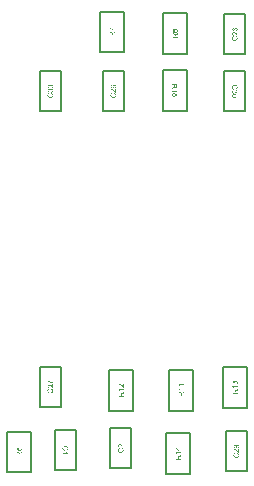
<source format=gbr>
%FSTAX23Y23*%
%MOIN*%
%SFA1B1*%

%IPPOS*%
%ADD14C,0.005905*%
%LNpcb1_top_assembly-1*%
%LPD*%
G36*
X01458Y02244D02*
X01458D01*
X01459Y02243*
X01459Y02243*
X0146Y02243*
X0146Y02243*
X01461Y02243*
X01461*
X01461Y02243*
X01461Y02243*
X01461Y02243*
X01461Y02243*
X01462Y02242*
X01462Y02242*
X01462Y02242*
X01463Y02241*
X01463Y02241*
Y02241*
X01463Y02241*
X01463Y02241*
X01463Y02241*
X01463Y0224*
X01463Y0224*
X01463Y0224*
X01464Y02239*
X01464Y02239*
X01464Y02238*
Y02238*
X01464Y02238*
Y02238*
X01464Y02237*
X01464Y02237*
X01463Y02237*
X01463Y02236*
X01463Y02236*
X01463Y02236*
X01463Y02235*
X01463Y02235*
X01463Y02235*
X01462Y02234*
X01462Y02234*
X01462Y02234*
X01462Y02234*
X01462Y02233*
X01461Y02233*
X01461Y02233*
X01461Y02233*
X01461Y02233*
X0146Y02233*
X0146Y02233*
X0146Y02233*
X01459Y02232*
X01459Y02232*
X01458Y02232*
X01457Y02232*
X01457Y02232*
X01456Y02232*
X01455Y02232*
X01455*
X01455*
X01455*
X01455*
X01455Y02232*
X01454*
X01454Y02232*
X01453Y02232*
X01453Y02232*
X01452Y02232*
X01452Y02232*
X01451Y02232*
X0145Y02232*
X0145Y02233*
X01449Y02233*
X01449Y02233*
X01448Y02233*
X01448Y02234*
X01448Y02234*
X01448Y02234*
X01447Y02234*
X01447Y02234*
X01447Y02234*
X01447Y02234*
X01447Y02235*
X01447Y02235*
X01446Y02235*
X01446Y02236*
X01446Y02236*
X01446Y02236*
X01446Y02237*
X01446Y02237*
X01446Y02238*
X01446Y02238*
Y02238*
X01446Y02239*
Y02239*
X01446Y02239*
X01446Y02239*
X01446Y0224*
X01446Y02241*
X01446Y02241*
X01447Y02241*
X01447Y02242*
X01447Y02242*
X01447Y02242*
X01447Y02242*
X01447Y02242*
X01447Y02242*
X01447Y02242*
X01448Y02242*
X01448Y02243*
X01449Y02243*
X01449Y02243*
X0145Y02243*
X0145Y02241*
X0145*
X0145Y02241*
X0145Y02241*
X0145Y02241*
X01449Y02241*
X01449Y02241*
X01449Y02241*
X01449Y0224*
X01448Y0224*
X01448Y0224*
X01448Y0224*
X01448Y0224*
X01448Y0224*
X01448Y02239*
X01448Y02239*
X01447Y02239*
X01447Y02238*
Y02238*
X01447Y02238*
X01447Y02237*
X01448Y02237*
X01448Y02237*
X01448Y02237*
X01448Y02236*
X01448Y02236*
X01448Y02236*
X01448Y02236*
X01449Y02236*
X01449Y02235*
X01449Y02235*
X0145Y02235*
X0145Y02235*
X0145*
X0145Y02235*
X0145Y02235*
X0145Y02235*
X01451Y02234*
X01451Y02234*
X01451Y02234*
X01451Y02234*
X01451Y02234*
X01452Y02234*
X01452Y02234*
X01452Y02234*
X01453Y02234*
X01453Y02234*
X01454Y02234*
X01454*
X01454Y02234*
X01454Y02234*
X01454Y02234*
X01454Y02235*
X01453Y02235*
X01453Y02235*
X01453Y02236*
X01452Y02236*
Y02236*
X01452Y02236*
X01452Y02236*
X01452Y02236*
X01452Y02237*
X01452Y02237*
X01452Y02237*
X01452Y02238*
X01452Y02238*
Y02239*
X01452Y02239*
X01452Y02239*
X01452Y02239*
X01452Y02239*
X01452Y0224*
X01452Y0224*
X01452Y0224*
X01453Y02241*
X01453Y02241*
X01453Y02241*
X01453Y02242*
X01453Y02242*
X01454Y02242*
X01454Y02242*
X01454Y02242*
X01454Y02242*
X01454Y02242*
X01454Y02242*
X01454Y02243*
X01455Y02243*
X01455Y02243*
X01455Y02243*
X01456Y02243*
X01456Y02243*
X01456Y02243*
X01457Y02243*
X01457Y02244*
X01458Y02244*
X01458*
X01458*
X01458*
X01458*
X01458Y02244*
G37*
G36*
X01463Y02218D02*
X01463D01*
X01463*
X01463*
X01463Y02218*
X01463Y02218*
X01462Y02218*
X01462Y02218*
X01462Y02218*
X01462*
X01462Y02218*
X01462Y02218*
X01461Y02218*
X01461Y02219*
X01461Y02219*
X0146Y02219*
X0146Y02219*
X01459Y0222*
X01459*
X01459Y0222*
X01459Y0222*
X01459Y0222*
X01459Y0222*
X01458Y02221*
X01458Y02221*
X01457Y02222*
X01457Y02222*
X01457Y02222*
X01457Y02223*
X01457Y02223*
X01456Y02223*
X01456Y02223*
X01456Y02223*
X01456Y02224*
X01455Y02224*
X01455Y02225*
X01454Y02225*
X01454Y02226*
X01454Y02226*
X01453Y02226*
X01453Y02226*
X01453*
X01453Y02226*
X01453Y02226*
X01453Y02227*
X01453Y02227*
X01452Y02227*
X01452Y02227*
X01451Y02227*
X01451Y02227*
X0145Y02227*
X0145*
X0145*
X0145Y02227*
X0145Y02227*
X0145Y02227*
X01449Y02227*
X01449Y02227*
X01449Y02227*
X01448Y02226*
X01448Y02226*
X01448Y02226*
X01448Y02226*
X01448Y02226*
X01448Y02225*
X01448Y02225*
X01447Y02225*
X01447Y02224*
Y02224*
X01447Y02224*
X01447Y02223*
X01448Y02223*
X01448Y02223*
X01448Y02222*
X01448Y02222*
X01448Y02222*
X01448Y02221*
X01449Y02221*
X01449Y02221*
X01449Y02221*
X01449Y02221*
X0145Y02221*
X0145Y02221*
X01451Y02221*
X01451Y02218*
X01451*
X01451Y02218*
X0145*
X0145Y02218*
X0145Y02218*
X0145Y02219*
X0145Y02219*
X01449Y02219*
X01449Y02219*
X01448Y02219*
X01448Y02219*
X01447Y0222*
X01447Y0222*
X01447Y0222*
X01447Y0222*
X01447Y0222*
X01447Y0222*
X01447Y0222*
X01447Y0222*
X01447Y02221*
X01446Y02221*
X01446Y02221*
X01446Y02221*
X01446Y02222*
X01446Y02222*
X01446Y02222*
X01446Y02223*
X01446Y02223*
X01446Y02224*
X01446Y02224*
Y02224*
X01446Y02225*
X01446Y02225*
X01446Y02225*
X01446Y02225*
X01446Y02226*
X01446Y02226*
X01446Y02227*
X01446Y02227*
X01447Y02228*
X01447Y02228*
X01447Y02228*
X01447Y02228*
X01447Y02228*
X01447Y02228*
X01447Y02228*
X01447Y02228*
X01448Y02229*
X01448Y02229*
X01448Y02229*
X01448Y02229*
X01449Y02229*
X01449Y02229*
X0145Y0223*
X0145Y0223*
X0145Y0223*
X01451*
X01451*
X01451Y0223*
X01451Y0223*
X01451Y0223*
X01452Y02229*
X01452Y02229*
X01453Y02229*
X01453Y02229*
X01453Y02229*
X01453Y02229*
X01453Y02229*
X01454Y02229*
X01454Y02228*
X01454Y02228*
X01455Y02228*
X01455Y02228*
X01455Y02228*
X01455Y02227*
X01455Y02227*
X01455Y02227*
X01456Y02227*
X01456Y02227*
X01456Y02226*
X01456Y02226*
X01457Y02226*
X01457Y02226*
X01457Y02225*
X01457Y02225*
X01458Y02224*
X01458Y02224*
X01458Y02224*
X01458Y02224*
X01458Y02224*
X01458Y02224*
X01458Y02224*
X01459Y02223*
X01459Y02223*
X01459Y02223*
X0146Y02222*
X0146Y02222*
X0146Y02222*
X0146Y02222*
X0146Y02222*
X0146Y02222*
X0146Y02222*
X01461Y02221*
X01461Y02221*
X01461Y02221*
Y0223*
X01463*
Y02218*
G37*
G36*
X01458Y02216D02*
X01458Y02216D01*
X01458Y02216*
X01458Y02216*
X01459Y02216*
X01459Y02216*
X01459Y02216*
X0146Y02215*
X01461Y02215*
X01461Y02215*
X01462Y02214*
X01462Y02214*
X01462Y02214*
X01462Y02214*
X01462Y02214*
X01462Y02213*
X01462Y02213*
X01462Y02213*
X01463Y02213*
X01463Y02213*
X01463Y02212*
X01463Y02212*
X01463Y02212*
X01463Y02211*
X01463Y02211*
X01464Y0221*
X01464Y0221*
X01464Y02209*
X01464Y02209*
Y02209*
X01464Y02208*
Y02208*
X01464Y02208*
X01464Y02208*
X01463Y02207*
X01463Y02207*
X01463Y02206*
X01463Y02205*
X01463Y02205*
X01462Y02204*
X01462Y02204*
X01462Y02204*
X01462Y02204*
X01462Y02204*
X01462Y02204*
X01462Y02204*
X01462Y02203*
X01462Y02203*
X01461Y02203*
X01461Y02203*
X01461Y02202*
X0146Y02202*
X01459Y02202*
X01459*
X01459Y02202*
X01459Y02201*
X01459Y02201*
X01459Y02201*
X01458Y02201*
X01458Y02201*
X01458Y02201*
X01457Y02201*
X01457Y02201*
X01456Y02201*
X01455Y02201*
X01454Y02201*
X01454*
X01454*
X01454*
X01454Y02201*
X01454*
X01453Y02201*
X01453Y02201*
X01453Y02201*
X01452Y02201*
X01451Y02201*
X0145Y02201*
X0145Y02202*
X0145Y02202*
X01449Y02202*
X01449Y02202*
X01449Y02202*
X01449Y02202*
X01449Y02202*
X01448Y02202*
X01448Y02203*
X01447Y02203*
X01447Y02204*
X01446Y02205*
X01446Y02205*
X01446Y02205*
X01446Y02205*
X01446Y02205*
X01446Y02205*
X01446Y02205*
X01446Y02206*
X01446Y02206*
X01446Y02206*
X01446Y02207*
X01446Y02207*
X01445Y02208*
X01445Y02209*
Y02209*
X01445Y02209*
X01445Y0221*
X01445Y0221*
X01445Y0221*
X01446Y02211*
X01446Y02211*
X01446Y02212*
X01446Y02212*
X01446Y02213*
X01446Y02213*
X01447Y02213*
X01447Y02213*
X01447Y02214*
X01447Y02214*
X01447Y02214*
X01447Y02214*
X01447Y02214*
X01447Y02214*
X01448Y02214*
X01448Y02215*
X01448Y02215*
X01449Y02215*
X01449Y02215*
X01449Y02215*
X0145Y02216*
X0145Y02216*
X01451Y02216*
X01451Y02214*
X01451*
X01451Y02214*
X01451Y02214*
X01451Y02214*
X01451Y02213*
X0145Y02213*
X0145Y02213*
X0145Y02213*
X01449Y02213*
X01449Y02212*
X01448Y02212*
X01448Y02212*
X01448Y02212*
X01448Y02211*
X01448Y02211*
X01448Y02211*
X01447Y0221*
X01447Y0221*
X01447Y02209*
Y02209*
X01447Y02209*
Y02208*
X01447Y02208*
X01447Y02208*
X01448Y02207*
X01448Y02207*
X01448Y02206*
X01448Y02205*
Y02205*
X01448Y02205*
X01449Y02205*
X01449Y02205*
X01449Y02205*
X01449Y02204*
X0145Y02204*
X0145Y02204*
X01451Y02204*
X01451*
X01451Y02204*
X01451Y02204*
X01451Y02204*
X01451Y02203*
X01452Y02203*
X01452Y02203*
X01453Y02203*
X01453Y02203*
X01454Y02203*
X01454Y02203*
X01454*
X01454*
X01455*
X01455*
X01455Y02203*
X01455*
X01455Y02203*
X01456Y02203*
X01456Y02203*
X01457Y02203*
X01458Y02203*
X01458Y02204*
X01458*
X01458Y02204*
X01458Y02204*
X01459Y02204*
X01459Y02204*
X01459Y02204*
X0146Y02204*
X0146Y02205*
X0146Y02205*
X01461Y02206*
Y02206*
X01461Y02206*
X01461Y02206*
X01461Y02206*
X01461Y02206*
X01461Y02206*
X01461Y02207*
X01461Y02207*
X01462Y02208*
X01462Y02208*
X01462Y02209*
Y02209*
X01462Y02209*
Y02209*
X01462Y02209*
X01461Y0221*
X01461Y0221*
X01461Y02211*
X01461Y02212*
X01461Y02212*
X01461Y02212*
X0146Y02212*
X0146Y02212*
X0146Y02212*
X0146Y02212*
X0146Y02212*
X0146Y02213*
X0146Y02213*
X0146Y02213*
X01459Y02213*
X01459Y02213*
X01459Y02213*
X01459Y02213*
X01458Y02214*
X01458Y02214*
X01458Y02214*
X01457Y02214*
X01458Y02216*
X01458*
X01458Y02216*
G37*
G36*
X01489Y01234D02*
X01489D01*
X01489*
X01489*
X01489Y01234*
X01489Y01234*
X01488Y01235*
X01488Y01235*
X01488Y01235*
X01488*
X01488Y01235*
X01488Y01235*
X01487Y01235*
X01487Y01235*
X01487Y01235*
X01486Y01235*
X01486Y01236*
X01485Y01236*
X01485*
X01485Y01236*
X01485Y01236*
X01485Y01237*
X01485Y01237*
X01484Y01237*
X01484Y01238*
X01483Y01238*
X01483Y01239*
X01483Y01239*
X01483Y01239*
X01483Y01239*
X01482Y01239*
X01482Y0124*
X01482Y0124*
X01482Y0124*
X01481Y01241*
X01481Y01241*
X0148Y01242*
X0148Y01242*
X0148Y01242*
X01479Y01243*
X01479Y01243*
X01479*
X01479Y01243*
X01479Y01243*
X01479Y01243*
X01479Y01243*
X01478Y01243*
X01478Y01244*
X01477Y01244*
X01477Y01244*
X01476Y01244*
X01476*
X01476*
X01476Y01244*
X01476Y01244*
X01476Y01244*
X01475Y01244*
X01475Y01243*
X01475Y01243*
X01474Y01243*
X01474Y01243*
X01474Y01243*
X01474Y01243*
X01474Y01242*
X01474Y01242*
X01474Y01242*
X01473Y01241*
X01473Y01241*
Y0124*
X01473Y0124*
X01473Y0124*
X01474Y0124*
X01474Y01239*
X01474Y01239*
X01474Y01238*
X01474Y01238*
X01474Y01238*
X01475Y01238*
X01475Y01238*
X01475Y01238*
X01475Y01237*
X01476Y01237*
X01476Y01237*
X01477Y01237*
X01477Y01235*
X01477*
X01477Y01235*
X01476*
X01476Y01235*
X01476Y01235*
X01476Y01235*
X01476Y01235*
X01475Y01235*
X01475Y01235*
X01474Y01236*
X01474Y01236*
X01473Y01236*
X01473Y01236*
X01473Y01237*
X01473Y01237*
X01473Y01237*
X01473Y01237*
X01473Y01237*
X01473Y01237*
X01473Y01237*
X01472Y01237*
X01472Y01238*
X01472Y01238*
X01472Y01238*
X01472Y01239*
X01472Y01239*
X01472Y01239*
X01472Y0124*
X01472Y0124*
X01472Y01241*
Y01241*
X01472Y01241*
X01472Y01241*
X01472Y01241*
X01472Y01242*
X01472Y01242*
X01472Y01243*
X01472Y01243*
X01472Y01244*
X01473Y01244*
X01473Y01244*
X01473Y01245*
X01473Y01245*
X01473Y01245*
X01473Y01245*
X01473Y01245*
X01473Y01245*
X01474Y01245*
X01474Y01245*
X01474Y01245*
X01475Y01246*
X01475Y01246*
X01475Y01246*
X01476Y01246*
X01476Y01246*
X01477Y01246*
X01477*
X01477*
X01477Y01246*
X01477Y01246*
X01477Y01246*
X01478Y01246*
X01478Y01246*
X01479Y01246*
X01479Y01246*
X01479Y01246*
X01479Y01245*
X01479Y01245*
X0148Y01245*
X0148Y01245*
X0148Y01245*
X01481Y01244*
X01481Y01244*
X01481Y01244*
X01481Y01244*
X01481Y01244*
X01481Y01244*
X01482Y01243*
X01482Y01243*
X01482Y01243*
X01482Y01243*
X01483Y01242*
X01483Y01242*
X01483Y01242*
X01484Y01241*
X01484Y01241*
X01484Y01241*
X01484Y01241*
X01484Y01241*
X01484Y01241*
X01484Y0124*
X01484Y0124*
X01485Y0124*
X01485Y01239*
X01486Y01239*
X01486Y01239*
X01486Y01238*
X01486Y01238*
X01486Y01238*
X01486Y01238*
X01486Y01238*
X01486Y01238*
X01487Y01238*
X01487Y01238*
X01487Y01237*
Y01246*
X01489*
Y01234*
G37*
G36*
Y01227D02*
X01476D01*
X01476Y01227*
X01476Y01227*
X01476Y01227*
X01476Y01226*
X01476Y01226*
X01476Y01226*
X01477Y01225*
X01477Y01225*
Y01225*
X01477Y01225*
X01477Y01225*
X01477Y01224*
X01477Y01224*
X01478Y01224*
X01478Y01223*
X01478Y01223*
X01478Y01223*
X01476*
Y01223*
X01476Y01223*
X01476Y01223*
X01476Y01223*
X01476Y01223*
X01476Y01223*
X01475Y01224*
X01475Y01224*
X01475Y01225*
X01474Y01225*
X01474Y01226*
X01474Y01226*
X01474Y01226*
X01474Y01226*
X01474Y01226*
X01474Y01226*
X01473Y01227*
X01473Y01227*
X01472Y01227*
X01472Y01228*
X01472Y01228*
Y01229*
X01489*
Y01227*
G37*
G36*
Y01217D02*
X01486Y01214D01*
X01486*
X01486Y01214*
X01486Y01214*
X01485Y01214*
X01485Y01214*
X01485Y01214*
X01484Y01214*
X01484Y01213*
X01484Y01213*
X01483Y01213*
X01483Y01213*
X01483Y01213*
X01483Y01212*
X01483Y01212*
X01482Y01212*
X01482Y01212*
X01482Y01212*
X01482Y01212*
X01482Y01211*
X01482Y01211*
X01482Y01211*
X01482Y01211*
X01482Y01211*
X01482Y0121*
Y0121*
X01482Y0121*
Y0121*
X01482Y0121*
X01482Y0121*
Y0121*
X01482Y01209*
Y01206*
X01489*
Y01204*
X01472*
Y01212*
X01472Y01213*
Y01213*
X01472Y01213*
X01472Y01214*
X01472Y01214*
X01472Y01215*
X01472Y01215*
X01472Y01216*
Y01216*
X01472Y01216*
X01472Y01216*
X01472Y01216*
X01473Y01216*
X01473Y01217*
X01473Y01217*
X01473Y01217*
X01474Y01217*
X01474*
X01474Y01218*
X01474Y01218*
X01474Y01218*
X01475Y01218*
X01475Y01218*
X01476Y01218*
X01476Y01218*
X01477Y01218*
X01477*
X01477*
X01477*
X01477Y01218*
X01477*
X01477Y01218*
X01478Y01218*
X01478Y01218*
X01479Y01218*
X01479Y01217*
X01479Y01217*
X0148Y01217*
X0148Y01217*
X0148Y01217*
X0148Y01217*
X0148Y01217*
X0148Y01217*
X0148Y01217*
X0148Y01216*
X0148Y01216*
X01481Y01216*
X01481Y01216*
X01481Y01215*
X01481Y01215*
X01481Y01215*
X01481Y01214*
X01481Y01214*
X01481Y01213*
X01481Y01213*
X01481Y01213*
X01481Y01214*
X01482Y01214*
X01482Y01214*
X01482Y01214*
X01482Y01215*
X01482Y01215*
X01482Y01215*
X01483Y01215*
X01483Y01215*
X01483Y01216*
X01484Y01216*
X01484Y01216*
X01485Y01217*
X01489Y0122*
Y01217*
G37*
G36*
X01675Y01034D02*
X01679D01*
Y01032*
X01675*
Y01024*
X01673*
X01662Y01032*
Y01034*
X01673*
Y01036*
X01675*
Y01034*
G37*
G36*
X01679Y01017D02*
X01666D01*
X01666Y01017*
X01666Y01017*
X01666Y01017*
X01666Y01016*
X01666Y01016*
X01666Y01016*
X01667Y01015*
X01667Y01015*
Y01015*
X01667Y01015*
X01667Y01015*
X01667Y01014*
X01667Y01014*
X01668Y01014*
X01668Y01013*
X01668Y01013*
X01668Y01013*
X01666*
Y01013*
X01666Y01013*
X01666Y01013*
X01666Y01013*
X01666Y01013*
X01666Y01013*
X01665Y01014*
X01665Y01014*
X01665Y01015*
X01664Y01015*
X01664Y01016*
X01664Y01016*
X01664Y01016*
X01664Y01016*
X01664Y01016*
X01664Y01016*
X01663Y01017*
X01663Y01017*
X01662Y01017*
X01662Y01017*
X01662Y01018*
Y01019*
X01679*
Y01017*
G37*
G36*
Y01007D02*
X01676Y01004D01*
X01676*
X01676Y01004*
X01676Y01004*
X01675Y01004*
X01675Y01004*
X01675Y01004*
X01674Y01003*
X01674Y01003*
X01674Y01003*
X01673Y01003*
X01673Y01003*
X01673Y01003*
X01673Y01002*
X01673Y01002*
X01672Y01002*
X01672Y01002*
X01672Y01001*
X01672Y01001*
X01672Y01001*
X01672Y01001*
X01672Y01001*
X01672Y01001*
X01672Y01001*
X01672Y01*
Y01*
X01672Y01*
Y01*
X01672Y01*
X01672Y01*
Y01*
X01672Y00999*
Y00996*
X01679*
Y00994*
X01662*
Y01002*
X01662Y01002*
Y01003*
X01662Y01003*
X01662Y01004*
X01662Y01004*
X01662Y01005*
X01662Y01005*
X01662Y01005*
Y01006*
X01662Y01006*
X01662Y01006*
X01662Y01006*
X01663Y01006*
X01663Y01007*
X01663Y01007*
X01663Y01007*
X01664Y01007*
X01664*
X01664Y01007*
X01664Y01008*
X01664Y01008*
X01665Y01008*
X01665Y01008*
X01666Y01008*
X01666Y01008*
X01667Y01008*
X01667*
X01667*
X01667*
X01667Y01008*
X01667*
X01667Y01008*
X01668Y01008*
X01668Y01008*
X01669Y01008*
X01669Y01007*
X01669Y01007*
X0167Y01007*
X0167Y01007*
X0167Y01007*
X0167Y01007*
X0167Y01007*
X0167Y01007*
X0167Y01006*
X0167Y01006*
X0167Y01006*
X01671Y01006*
X01671Y01006*
X01671Y01005*
X01671Y01005*
X01671Y01004*
X01671Y01004*
X01671Y01004*
X01671Y01003*
X01671Y01003*
X01671Y01003*
X01671Y01004*
X01672Y01004*
X01672Y01004*
X01672Y01004*
X01672Y01005*
X01672Y01005*
X01672Y01005*
X01673Y01005*
X01673Y01005*
X01673Y01006*
X01674Y01006*
X01674Y01006*
X01675Y01007*
X01679Y0101*
Y01007*
G37*
G36*
X01865Y01044D02*
X01865D01*
X01866Y01044*
X01866Y01043*
X01867Y01043*
X01868Y01043*
X01869Y01043*
X01869Y01043*
X0187Y01043*
X0187*
X0187Y01043*
X0187Y01043*
X0187Y01043*
X0187Y01043*
X0187Y01043*
X01871Y01042*
X01871Y01042*
X01872Y01042*
X01872Y01041*
X01873Y01041*
Y01041*
X01873Y01041*
X01873Y0104*
X01873Y0104*
X01873Y0104*
X01873Y0104*
X01873Y0104*
X01873Y0104*
X01873Y01039*
X01873Y01039*
X01874Y01038*
X01874Y01037*
Y01037*
X01874Y01037*
Y01037*
X01874Y01037*
X01873Y01036*
X01873Y01036*
X01873Y01035*
X01873Y01034*
X01873Y01034*
X01872Y01034*
X01872Y01034*
X01872Y01034*
X01872Y01034*
X01872Y01034*
X01872Y01034*
X01872Y01033*
X01872Y01033*
X01871Y01033*
X01871Y01033*
X0187Y01032*
X01869Y01032*
X01869Y01034*
X01869*
X01869Y01034*
X01869*
X01869Y01034*
X0187Y01035*
X0187Y01035*
X0187Y01035*
X01871Y01035*
X01871Y01035*
X01871Y01035*
X01871Y01035*
X01871Y01036*
X01871Y01036*
X01872Y01036*
X01872Y01036*
X01872Y01036*
X01872Y01037*
X01872Y01037*
Y01037*
X01872Y01038*
X01872Y01038*
X01872Y01038*
X01872Y01038*
X01872Y01039*
X01871Y01039*
X01871Y01039*
X01871Y01039*
X01871Y01039*
X01871Y01039*
X01871Y0104*
X01871Y0104*
X0187Y0104*
X0187Y0104*
X0187Y0104*
X0187Y0104*
X0187Y0104*
X0187Y01041*
X01869Y01041*
X01869Y01041*
X01869Y01041*
X01868Y01041*
X01868*
X01868Y01041*
X01868*
X01868Y01041*
X01868Y01041*
X01867Y01041*
X01867Y01041*
X01866Y01041*
X01866Y01041*
X01865Y01041*
X01865*
X01865*
X01865*
X01865*
X01865Y01041*
X01865Y01041*
X01865Y01041*
X01866Y01041*
X01866Y01041*
X01866Y0104*
X01866Y0104*
X01867Y0104*
X01867Y0104*
X01867Y01039*
X01867Y01039*
X01867Y01039*
X01867Y01039*
X01867Y01038*
X01867Y01038*
X01867Y01037*
Y01037*
X01867Y01037*
X01867Y01037*
X01867Y01036*
X01867Y01036*
X01867Y01036*
X01867Y01035*
X01867Y01035*
X01867Y01035*
X01866Y01034*
X01866Y01034*
X01866Y01034*
X01866Y01033*
X01866Y01033*
X01866Y01033*
X01866Y01033*
X01865Y01033*
X01865Y01033*
X01865Y01033*
X01865Y01033*
X01865Y01033*
X01864Y01033*
X01864Y01032*
X01864Y01032*
X01863Y01032*
X01863Y01032*
X01862Y01032*
X01862Y01032*
X01862Y01032*
X01862*
X01861*
X01861*
X01861Y01032*
X01861Y01032*
X01861Y01032*
X0186Y01032*
X0186Y01032*
X01859Y01032*
X01859Y01032*
X01859Y01033*
X01858Y01033*
X01858Y01033*
X01858Y01033*
X01857Y01034*
X01857Y01034*
X01857Y01034*
X01857Y01034*
X01857Y01034*
X01857Y01034*
X01857Y01034*
X01857Y01034*
X01856Y01035*
X01856Y01035*
X01856Y01035*
X01856Y01036*
X01856Y01036*
X01856Y01037*
X01856Y01037*
X01856Y01037*
Y01038*
X01856Y01038*
Y01038*
X01856Y01038*
X01856Y01039*
X01856Y01039*
X01856Y0104*
X01856Y0104*
X01857Y01041*
Y01041*
X01857Y01041*
X01857Y01041*
X01857Y01041*
X01857Y01041*
X01857Y01041*
X01858Y01042*
X01858Y01042*
X01859Y01042*
X01859Y01043*
X01859*
X01859Y01043*
X01859Y01043*
X0186Y01043*
X0186Y01043*
X0186Y01043*
X0186Y01043*
X0186Y01043*
X01861Y01043*
X01861Y01043*
X01862Y01043*
X01862Y01043*
X01862Y01043*
X01863Y01044*
X01864Y01044*
X01864*
X01864*
X01864*
X01864*
X01865*
X01865Y01044*
G37*
G36*
X01873Y01018D02*
X01873D01*
X01873*
X01873*
X01873Y01018*
X01873Y01018*
X01872Y01018*
X01872Y01018*
X01872Y01018*
X01872*
X01872Y01018*
X01872Y01018*
X01871Y01018*
X01871Y01019*
X01871Y01019*
X0187Y01019*
X0187Y01019*
X01869Y0102*
X01869*
X01869Y0102*
X01869Y0102*
X01869Y0102*
X01869Y0102*
X01868Y01021*
X01868Y01021*
X01867Y01022*
X01867Y01022*
X01867Y01022*
X01867Y01023*
X01867Y01023*
X01866Y01023*
X01866Y01023*
X01866Y01023*
X01866Y01024*
X01865Y01024*
X01865Y01025*
X01864Y01025*
X01864Y01026*
X01864Y01026*
X01863Y01026*
X01863Y01026*
X01863*
X01863Y01026*
X01863Y01026*
X01863Y01026*
X01863Y01027*
X01862Y01027*
X01862Y01027*
X01861Y01027*
X01861Y01027*
X0186Y01027*
X0186*
X0186*
X0186Y01027*
X0186Y01027*
X0186Y01027*
X01859Y01027*
X01859Y01027*
X01859Y01027*
X01858Y01026*
X01858Y01026*
X01858Y01026*
X01858Y01026*
X01858Y01026*
X01858Y01025*
X01858Y01025*
X01857Y01025*
X01857Y01024*
Y01024*
X01857Y01024*
X01857Y01023*
X01858Y01023*
X01858Y01023*
X01858Y01022*
X01858Y01022*
X01858Y01022*
X01858Y01021*
X01859Y01021*
X01859Y01021*
X01859Y01021*
X01859Y01021*
X0186Y01021*
X0186Y01021*
X01861Y01021*
X01861Y01018*
X01861*
X01861Y01018*
X0186*
X0186Y01018*
X0186Y01018*
X0186Y01018*
X0186Y01019*
X01859Y01019*
X01859Y01019*
X01858Y01019*
X01858Y01019*
X01857Y0102*
X01857Y0102*
X01857Y0102*
X01857Y0102*
X01857Y0102*
X01857Y0102*
X01857Y0102*
X01857Y0102*
X01857Y01021*
X01856Y01021*
X01856Y01021*
X01856Y01021*
X01856Y01022*
X01856Y01022*
X01856Y01022*
X01856Y01023*
X01856Y01023*
X01856Y01024*
X01856Y01024*
Y01024*
X01856Y01025*
X01856Y01025*
X01856Y01025*
X01856Y01025*
X01856Y01026*
X01856Y01026*
X01856Y01027*
X01856Y01027*
X01857Y01028*
X01857Y01028*
X01857Y01028*
X01857Y01028*
X01857Y01028*
X01857Y01028*
X01857Y01028*
X01857Y01028*
X01858Y01029*
X01858Y01029*
X01858Y01029*
X01858Y01029*
X01859Y01029*
X01859Y01029*
X0186Y0103*
X0186Y0103*
X0186Y0103*
X01861*
X01861*
X01861Y0103*
X01861Y0103*
X01861Y0103*
X01862Y01029*
X01862Y01029*
X01863Y01029*
X01863Y01029*
X01863Y01029*
X01863Y01029*
X01863Y01029*
X01864Y01029*
X01864Y01028*
X01864Y01028*
X01865Y01028*
X01865Y01028*
X01865Y01028*
X01865Y01027*
X01865Y01027*
X01865Y01027*
X01866Y01027*
X01866Y01027*
X01866Y01026*
X01866Y01026*
X01867Y01026*
X01867Y01026*
X01867Y01025*
X01867Y01025*
X01868Y01024*
X01868Y01024*
X01868Y01024*
X01868Y01024*
X01868Y01024*
X01868Y01024*
X01868Y01024*
X01869Y01023*
X01869Y01023*
X0187Y01022*
X0187Y01022*
X0187Y01022*
X0187Y01022*
X0187Y01022*
X0187Y01022*
X0187Y01022*
X0187Y01022*
X01871Y01021*
X01871Y01021*
X01871Y01021*
Y0103*
X01873*
Y01018*
G37*
G36*
X01868Y01016D02*
X01868Y01016D01*
X01868Y01016*
X01868Y01016*
X01869Y01016*
X01869Y01016*
X01869Y01016*
X0187Y01015*
X01871Y01015*
X01871Y01015*
X01872Y01014*
X01872Y01014*
X01872Y01014*
X01872Y01014*
X01872Y01014*
X01872Y01013*
X01872Y01013*
X01872Y01013*
X01873Y01013*
X01873Y01013*
X01873Y01012*
X01873Y01012*
X01873Y01012*
X01873Y01011*
X01873Y01011*
X01874Y0101*
X01874Y0101*
X01874Y01009*
X01874Y01009*
Y01009*
X01874Y01008*
Y01008*
X01874Y01008*
X01874Y01008*
X01873Y01007*
X01873Y01007*
X01873Y01006*
X01873Y01005*
X01873Y01005*
X01872Y01004*
X01872Y01004*
X01872Y01004*
X01872Y01004*
X01872Y01004*
X01872Y01004*
X01872Y01004*
X01872Y01003*
X01872Y01003*
X01871Y01003*
X01871Y01003*
X01871Y01002*
X0187Y01002*
X01869Y01002*
X01869*
X01869Y01002*
X01869Y01001*
X01869Y01001*
X01869Y01001*
X01868Y01001*
X01868Y01001*
X01868Y01001*
X01867Y01001*
X01867Y01001*
X01866Y01001*
X01865Y01001*
X01864Y01001*
X01864*
X01864*
X01864*
X01864Y01001*
X01864*
X01863Y01001*
X01863Y01001*
X01863Y01001*
X01862Y01001*
X01861Y01001*
X0186Y01001*
X0186Y01002*
X0186Y01002*
X01859Y01002*
X01859Y01002*
X01859Y01002*
X01859Y01002*
X01859Y01002*
X01858Y01002*
X01858Y01003*
X01857Y01003*
X01857Y01004*
X01856Y01005*
X01856Y01005*
X01856Y01005*
X01856Y01005*
X01856Y01005*
X01856Y01005*
X01856Y01005*
X01856Y01006*
X01856Y01006*
X01856Y01006*
X01856Y01007*
X01856Y01007*
X01855Y01008*
X01855Y01009*
Y01009*
X01855Y01009*
X01855Y0101*
X01855Y0101*
X01855Y0101*
X01856Y01011*
X01856Y01011*
X01856Y01012*
X01856Y01012*
X01856Y01013*
X01856Y01013*
X01857Y01013*
X01857Y01013*
X01857Y01013*
X01857Y01014*
X01857Y01014*
X01857Y01014*
X01857Y01014*
X01857Y01014*
X01858Y01014*
X01858Y01015*
X01858Y01015*
X01859Y01015*
X01859Y01015*
X01859Y01015*
X0186Y01016*
X0186Y01016*
X01861Y01016*
X01861Y01014*
X01861*
X01861Y01014*
X01861Y01014*
X01861Y01014*
X01861Y01013*
X0186Y01013*
X0186Y01013*
X0186Y01013*
X01859Y01013*
X01859Y01012*
X01858Y01012*
X01858Y01012*
X01858Y01012*
X01858Y01011*
X01858Y01011*
X01858Y01011*
X01857Y0101*
X01857Y0101*
X01857Y01009*
Y01009*
X01857Y01009*
Y01008*
X01857Y01008*
X01857Y01008*
X01858Y01007*
X01858Y01007*
X01858Y01006*
X01858Y01005*
Y01005*
X01858Y01005*
X01859Y01005*
X01859Y01005*
X01859Y01005*
X01859Y01004*
X0186Y01004*
X0186Y01004*
X01861Y01004*
X01861*
X01861Y01004*
X01861Y01004*
X01861Y01003*
X01861Y01003*
X01862Y01003*
X01862Y01003*
X01863Y01003*
X01863Y01003*
X01864Y01003*
X01864Y01003*
X01864*
X01864*
X01865*
X01865*
X01865Y01003*
X01865*
X01865Y01003*
X01866Y01003*
X01866Y01003*
X01867Y01003*
X01868Y01003*
X01868Y01004*
X01868*
X01868Y01004*
X01868Y01004*
X01869Y01004*
X01869Y01004*
X01869Y01004*
X0187Y01004*
X0187Y01005*
X0187Y01005*
X01871Y01006*
Y01006*
X01871Y01006*
X01871Y01006*
X01871Y01006*
X01871Y01006*
X01871Y01006*
X01871Y01007*
X01871Y01007*
X01872Y01008*
X01872Y01008*
X01872Y01009*
Y01009*
X01872Y01009*
Y01009*
X01872Y01009*
X01871Y0101*
X01871Y0101*
X01871Y01011*
X01871Y01012*
X01871Y01012*
X01871Y01012*
X0187Y01012*
X0187Y01012*
X0187Y01012*
X0187Y01012*
X0187Y01012*
X0187Y01012*
X0187Y01013*
X0187Y01013*
X01869Y01013*
X01869Y01013*
X01869Y01013*
X01869Y01013*
X01868Y01014*
X01868Y01014*
X01868Y01014*
X01867Y01014*
X01868Y01016*
X01868*
X01868Y01016*
G37*
G36*
X01444Y02434D02*
X01444Y02434D01*
X01444Y02434*
X01444Y02434*
X01444Y02434*
X01444Y02434*
X01445Y02434*
X01445Y02433*
X01445Y02433*
X01446Y02433*
X01446Y02432*
X01446Y02432*
X01447Y02432*
X01447Y02432*
X01448Y02431*
X01448Y02431*
X01448Y02431*
X01449Y02431*
X01449Y02431*
X01449Y02431*
X01449Y02431*
X01449Y0243*
X0145Y0243*
X0145Y0243*
X01451Y0243*
X01451Y0243*
X01452Y02429*
X01452Y02429*
X01453Y02429*
X01454Y02428*
X01454*
X01455Y02428*
X01455Y02428*
X01455Y02428*
X01455Y02428*
X01455Y02428*
X01456Y02428*
X01456Y02428*
X01456Y02428*
X01457Y02428*
X01457Y02428*
X01458Y02428*
X01459Y02428*
Y02425*
X01459*
X01459*
X01459*
X01459Y02425*
X01459*
X01458Y02425*
X01458Y02425*
X01458Y02426*
X01458Y02426*
X01457Y02426*
X01457Y02426*
X01456Y02426*
X01456Y02426*
X01455Y02426*
X01454Y02426*
X01454*
X01454Y02426*
X01454Y02426*
X01454Y02426*
X01454Y02426*
X01453Y02427*
X01453Y02427*
X01453Y02427*
X01452Y02427*
X01452Y02427*
X01451Y02427*
X0145Y02428*
X01449Y02428*
X01449Y02428*
X01449Y02429*
X01448Y02429*
X01448Y02429*
X01448Y02429*
X01448Y02429*
X01447Y02429*
X01447Y02429*
X01446Y0243*
X01446Y0243*
X01445Y02431*
X01444Y02432*
Y02423*
X01442*
Y02434*
X01444*
X01444Y02434*
G37*
G36*
X01459Y02419D02*
X01456Y02416D01*
X01456*
X01456Y02416*
X01455Y02416*
X01455Y02416*
X01455Y02416*
X01455Y02416*
X01454Y02415*
X01454Y02415*
X01454Y02415*
X01453Y02414*
X01453Y02414*
X01453Y02414*
X01453Y02414*
X01453Y02414*
X01452Y02414*
X01452Y02414*
X01452Y02413*
X01452Y02413*
X01452Y02413*
X01452Y02413*
X01452Y02413*
X01452Y02413*
X01452Y02413*
X01452Y02412*
Y02412*
X01452Y02412*
Y02412*
X01452Y02412*
X01452Y02412*
Y02412*
X01451Y02411*
Y02408*
X01459*
Y02406*
X01442*
Y02414*
X01442Y02414*
Y02415*
X01442Y02415*
X01442Y02416*
X01442Y02416*
X01442Y02417*
X01442Y02417*
X01442Y02417*
Y02417*
X01442Y02417*
X01442Y02418*
X01442Y02418*
X01443Y02418*
X01443Y02418*
X01443Y02419*
X01443Y02419*
X01444Y02419*
X01444*
X01444Y02419*
X01444Y02419*
X01444Y02419*
X01445Y0242*
X01445Y0242*
X01445Y0242*
X01446Y0242*
X01446Y0242*
X01447*
X01447*
X01447*
X01447Y0242*
X01447*
X01447Y0242*
X01448Y0242*
X01448Y0242*
X01449Y02419*
X01449Y02419*
X01449Y02419*
X0145Y02419*
X0145Y02419*
X0145Y02419*
X0145Y02419*
X0145Y02419*
X0145Y02418*
X0145Y02418*
X0145Y02418*
X0145Y02418*
X0145Y02418*
X01451Y02417*
X01451Y02417*
X01451Y02417*
X01451Y02416*
X01451Y02416*
X01451Y02415*
X01451Y02415*
X01451Y02415*
X01451Y02415*
X01451Y02415*
X01452Y02416*
X01452Y02416*
X01452Y02416*
X01452Y02416*
X01452Y02416*
X01452Y02417*
X01453Y02417*
X01453Y02417*
X01453Y02417*
X01454Y02418*
X01454Y02418*
X01455Y02418*
X01459Y02421*
Y02419*
G37*
G36*
X01864Y02434D02*
X01864Y02434D01*
X01864Y02433*
X01864Y02433*
X01865Y02433*
X01865Y02433*
X01866Y02433*
X01866Y02433*
X01866Y02433*
X01866Y02432*
X01867Y02432*
X01867Y02432*
X01867Y02432*
X01867Y02432*
X01867Y02432*
X01867Y02432*
X01867Y02431*
X01868Y02431*
X01868Y02431*
X01868Y02431*
X01868Y02431*
X01868Y0243*
X01868Y0243*
X01868Y0243*
X01868Y02429*
X01869Y02429*
X01869Y02428*
X01869Y02428*
Y02427*
X01869Y02427*
X01869Y02427*
X01869Y02427*
X01869Y02427*
X01868Y02426*
X01868Y02426*
X01868Y02425*
X01868Y02425*
X01868Y02425*
X01868Y02424*
X01867Y02424*
X01867Y02424*
X01867Y02423*
X01867Y02423*
X01867Y02423*
X01867Y02423*
X01867Y02423*
X01866Y02423*
X01866Y02423*
X01866Y02423*
X01866Y02423*
X01865Y02422*
X01865Y02422*
X01864Y02422*
X01864Y02422*
X01864Y02422*
X01863Y02422*
X01863*
X01863*
X01863*
X01863Y02422*
X01863*
X01863Y02422*
X01862Y02422*
X01862Y02422*
X01861Y02422*
X01861Y02423*
X0186Y02423*
X0186*
X0186Y02423*
X0186Y02423*
X0186Y02423*
X0186Y02423*
X01859Y02424*
X01859Y02424*
X01859Y02425*
X01859Y02425*
Y02425*
X01859Y02425*
X01859Y02425*
X01859Y02425*
X01859Y02425*
X01858Y02425*
X01858Y02424*
X01858Y02424*
X01858Y02424*
X01857Y02423*
X01857Y02423*
X01857Y02423*
X01857Y02423*
X01857Y02423*
X01856Y02423*
X01856Y02423*
X01856Y02423*
X01855Y02423*
X01855*
X01855*
X01855*
X01855Y02423*
X01855Y02423*
X01854Y02423*
X01854Y02423*
X01854Y02423*
X01853Y02423*
X01853Y02423*
X01852Y02424*
X01852Y02424*
X01852Y02424*
X01852Y02424*
X01852Y02424*
X01852Y02424*
X01852Y02424*
X01852Y02424*
X01852Y02425*
X01851Y02425*
X01851Y02425*
X01851Y02425*
X01851Y02426*
X01851Y02426*
X01851Y02426*
X01851Y02427*
X01851Y02427*
X01851Y02428*
Y02428*
X01851Y02428*
X01851Y02428*
X01851Y02429*
X01851Y02429*
X01851Y02429*
X01851Y0243*
X01851Y0243*
X01851Y02431*
X01851Y02431*
X01852Y02431*
X01852Y02431*
X01852Y02431*
X01852Y02431*
X01852Y02432*
X01852Y02432*
X01852Y02432*
X01852Y02432*
X01853Y02432*
X01853Y02432*
X01854Y02433*
X01855Y02433*
X01855Y02433*
X01855Y02433*
X01855*
X01855*
X01855*
X01856Y02433*
X01856Y02433*
X01856Y02433*
X01857Y02433*
X01857Y02432*
X01857Y02432*
X01857Y02432*
X01858Y02432*
X01858Y02432*
X01858Y02432*
X01858Y02431*
X01858Y02431*
X01859Y02431*
X01859Y0243*
Y0243*
X01859Y0243*
X01859Y0243*
X01859Y0243*
X01859Y02431*
X01859Y02431*
X01859Y02432*
X0186Y02432*
X0186Y02432*
X0186Y02433*
X01861*
X01861Y02433*
X01861Y02433*
X01861Y02433*
X01861Y02433*
X01862Y02433*
X01862Y02433*
X01863Y02434*
X01863Y02434*
X01863*
X01863*
X01864*
X01864Y02434*
G37*
G36*
X01868Y02408D02*
X01868D01*
X01868*
X01868*
X01868Y02408*
X01868Y02408*
X01867Y02408*
X01867Y02408*
X01867Y02408*
X01867*
X01867Y02408*
X01867Y02408*
X01866Y02408*
X01866Y02409*
X01866Y02409*
X01865Y02409*
X01865Y02409*
X01864Y0241*
X01864*
X01864Y0241*
X01864Y0241*
X01864Y0241*
X01864Y0241*
X01863Y02411*
X01863Y02411*
X01862Y02412*
X01862Y02412*
X01862Y02412*
X01862Y02413*
X01862Y02413*
X01861Y02413*
X01861Y02413*
X01861Y02413*
X01861Y02414*
X0186Y02414*
X0186Y02415*
X01859Y02415*
X01859Y02416*
X01859Y02416*
X01858Y02416*
X01858Y02416*
X01858*
X01858Y02416*
X01858Y02416*
X01858Y02416*
X01858Y02417*
X01857Y02417*
X01857Y02417*
X01856Y02417*
X01856Y02417*
X01855Y02417*
X01855*
X01855*
X01855Y02417*
X01855Y02417*
X01855Y02417*
X01854Y02417*
X01854Y02417*
X01854Y02417*
X01853Y02416*
X01853Y02416*
X01853Y02416*
X01853Y02416*
X01853Y02416*
X01853Y02415*
X01853Y02415*
X01852Y02415*
X01852Y02414*
Y02414*
X01852Y02414*
X01852Y02413*
X01853Y02413*
X01853Y02413*
X01853Y02412*
X01853Y02412*
X01853Y02412*
X01853Y02411*
X01854Y02411*
X01854Y02411*
X01854Y02411*
X01854Y02411*
X01855Y02411*
X01855Y02411*
X01856Y02411*
X01856Y02408*
X01856*
X01856Y02408*
X01855*
X01855Y02408*
X01855Y02408*
X01855Y02408*
X01855Y02409*
X01854Y02409*
X01854Y02409*
X01853Y02409*
X01853Y02409*
X01852Y0241*
X01852Y0241*
X01852Y0241*
X01852Y0241*
X01852Y0241*
X01852Y0241*
X01852Y0241*
X01852Y0241*
X01852Y02411*
X01851Y02411*
X01851Y02411*
X01851Y02411*
X01851Y02412*
X01851Y02412*
X01851Y02412*
X01851Y02413*
X01851Y02413*
X01851Y02414*
X01851Y02414*
Y02414*
X01851Y02415*
X01851Y02415*
X01851Y02415*
X01851Y02415*
X01851Y02416*
X01851Y02416*
X01851Y02417*
X01851Y02417*
X01852Y02418*
X01852Y02418*
X01852Y02418*
X01852Y02418*
X01852Y02418*
X01852Y02418*
X01852Y02418*
X01852Y02418*
X01853Y02419*
X01853Y02419*
X01853Y02419*
X01853Y02419*
X01854Y02419*
X01854Y02419*
X01855Y0242*
X01855Y0242*
X01855Y0242*
X01856*
X01856*
X01856Y0242*
X01856Y0242*
X01856Y0242*
X01857Y02419*
X01857Y02419*
X01858Y02419*
X01858Y02419*
X01858Y02419*
X01858Y02419*
X01858Y02419*
X01859Y02419*
X01859Y02418*
X01859Y02418*
X0186Y02418*
X0186Y02418*
X0186Y02418*
X0186Y02417*
X0186Y02417*
X0186Y02417*
X01861Y02417*
X01861Y02417*
X01861Y02416*
X01861Y02416*
X01862Y02416*
X01862Y02416*
X01862Y02415*
X01862Y02415*
X01863Y02414*
X01863Y02414*
X01863Y02414*
X01863Y02414*
X01863Y02414*
X01863Y02414*
X01863Y02414*
X01864Y02413*
X01864Y02413*
X01864Y02412*
X01865Y02412*
X01865Y02412*
X01865Y02412*
X01865Y02412*
X01865Y02412*
X01865Y02412*
X01865Y02412*
X01866Y02411*
X01866Y02411*
X01866Y02411*
Y0242*
X01868*
Y02408*
G37*
G36*
X01863Y02406D02*
X01863Y02406D01*
X01863Y02406*
X01863Y02406*
X01864Y02406*
X01864Y02406*
X01864Y02406*
X01865Y02405*
X01866Y02405*
X01866Y02405*
X01867Y02404*
X01867Y02404*
X01867Y02404*
X01867Y02404*
X01867Y02404*
X01867Y02403*
X01867Y02403*
X01867Y02403*
X01868Y02403*
X01868Y02403*
X01868Y02402*
X01868Y02402*
X01868Y02402*
X01868Y02401*
X01868Y02401*
X01869Y024*
X01869Y024*
X01869Y02399*
X01869Y02399*
Y02399*
X01869Y02398*
Y02398*
X01869Y02398*
X01869Y02398*
X01868Y02397*
X01868Y02397*
X01868Y02396*
X01868Y02395*
X01868Y02395*
X01867Y02394*
X01867Y02394*
X01867Y02394*
X01867Y02394*
X01867Y02394*
X01867Y02394*
X01867Y02394*
X01867Y02393*
X01867Y02393*
X01866Y02393*
X01866Y02393*
X01866Y02392*
X01865Y02392*
X01864Y02392*
X01864*
X01864Y02392*
X01864Y02391*
X01864Y02391*
X01864Y02391*
X01863Y02391*
X01863Y02391*
X01863Y02391*
X01862Y02391*
X01862Y02391*
X01861Y02391*
X0186Y02391*
X01859Y02391*
X01859*
X01859*
X01859*
X01859Y02391*
X01859*
X01858Y02391*
X01858Y02391*
X01858Y02391*
X01857Y02391*
X01856Y02391*
X01855Y02391*
X01855Y02392*
X01855Y02392*
X01854Y02392*
X01854Y02392*
X01854Y02392*
X01854Y02392*
X01854Y02392*
X01853Y02392*
X01853Y02393*
X01852Y02393*
X01852Y02394*
X01851Y02395*
X01851Y02395*
X01851Y02395*
X01851Y02395*
X01851Y02395*
X01851Y02395*
X01851Y02395*
X01851Y02396*
X01851Y02396*
X01851Y02396*
X01851Y02397*
X01851Y02397*
X0185Y02398*
X0185Y02399*
Y02399*
X0185Y02399*
X0185Y024*
X0185Y024*
X0185Y024*
X01851Y02401*
X01851Y02401*
X01851Y02402*
X01851Y02402*
X01851Y02403*
X01851Y02403*
X01852Y02403*
X01852Y02403*
X01852Y02403*
X01852Y02404*
X01852Y02404*
X01852Y02404*
X01852Y02404*
X01852Y02404*
X01853Y02404*
X01853Y02405*
X01853Y02405*
X01854Y02405*
X01854Y02405*
X01854Y02405*
X01855Y02406*
X01855Y02406*
X01856Y02406*
X01856Y02404*
X01856*
X01856Y02404*
X01856Y02404*
X01856Y02404*
X01856Y02403*
X01855Y02403*
X01855Y02403*
X01855Y02403*
X01854Y02403*
X01854Y02402*
X01853Y02402*
X01853Y02402*
X01853Y02402*
X01853Y02401*
X01853Y02401*
X01853Y02401*
X01852Y024*
X01852Y024*
X01852Y02399*
Y02399*
X01852Y02399*
Y02398*
X01852Y02398*
X01852Y02398*
X01853Y02397*
X01853Y02397*
X01853Y02396*
X01853Y02395*
Y02395*
X01853Y02395*
X01854Y02395*
X01854Y02395*
X01854Y02395*
X01854Y02394*
X01855Y02394*
X01855Y02394*
X01856Y02394*
X01856*
X01856Y02394*
X01856Y02394*
X01856Y02393*
X01856Y02393*
X01857Y02393*
X01857Y02393*
X01858Y02393*
X01858Y02393*
X01859Y02393*
X01859Y02393*
X01859*
X01859*
X0186*
X0186*
X0186Y02393*
X0186*
X0186Y02393*
X01861Y02393*
X01861Y02393*
X01862Y02393*
X01863Y02393*
X01863Y02394*
X01863*
X01863Y02394*
X01863Y02394*
X01864Y02394*
X01864Y02394*
X01864Y02394*
X01865Y02394*
X01865Y02395*
X01865Y02395*
X01866Y02396*
Y02396*
X01866Y02396*
X01866Y02396*
X01866Y02396*
X01866Y02396*
X01866Y02396*
X01866Y02397*
X01866Y02397*
X01867Y02398*
X01867Y02398*
X01867Y02399*
Y02399*
X01867Y02399*
Y02399*
X01867Y02399*
X01866Y024*
X01866Y024*
X01866Y02401*
X01866Y02402*
X01866Y02402*
X01866Y02402*
X01865Y02402*
X01865Y02402*
X01865Y02402*
X01865Y02402*
X01865Y02402*
X01865Y02402*
X01865Y02403*
X01865Y02403*
X01864Y02403*
X01864Y02403*
X01864Y02403*
X01864Y02403*
X01863Y02404*
X01863Y02404*
X01863Y02404*
X01862Y02404*
X01863Y02406*
X01863*
X01863Y02406*
G37*
G36*
X0186Y02243D02*
X0186D01*
X01861Y02243*
X01861Y02243*
X01861Y02243*
X01862Y02243*
X01863Y02243*
X01864Y02243*
X01864Y02242*
X01864Y02242*
X01865Y02242*
X01865Y02242*
X01865Y02242*
X01865Y02242*
X01865Y02242*
X01866Y02242*
X01866Y02241*
X01867Y02241*
X01867Y0224*
X01868Y02239*
X01868Y02239*
X01868Y02239*
X01868Y02239*
X01868Y02239*
X01868Y02239*
X01868Y02239*
X01868Y02238*
X01868Y02238*
X01868Y02238*
X01868Y02238*
X01868Y02237*
X01869Y02236*
X01869Y02235*
Y02235*
X01869Y02235*
X01869Y02235*
X01869Y02234*
X01869Y02234*
X01868Y02234*
X01868Y02233*
X01868Y02232*
X01868Y02232*
X01868Y02231*
X01868Y02231*
X01867Y02231*
X01867Y02231*
X01867Y02231*
X01867Y02231*
X01867Y0223*
X01867Y0223*
X01867Y0223*
X01867Y0223*
X01866Y0223*
X01866Y0223*
X01866Y02229*
X01865Y02229*
X01865Y02229*
X01865Y02229*
X01864Y02229*
X01864Y02228*
X01863Y02228*
X01863Y02231*
X01863*
X01863Y02231*
X01863Y02231*
X01863Y02231*
X01863Y02231*
X01864Y02231*
X01864Y02231*
X01864Y02231*
X01865Y02232*
X01865Y02232*
X01866Y02232*
X01866Y02232*
X01866Y02233*
X01866Y02233*
X01866Y02233*
X01866Y02234*
X01867Y02234*
X01867Y02235*
X01867Y02235*
Y02235*
X01867Y02236*
Y02236*
X01867Y02236*
X01867Y02236*
X01866Y02237*
X01866Y02238*
X01866Y02238*
X01866Y02239*
Y02239*
X01866Y02239*
X01865Y02239*
X01865Y02239*
X01865Y02239*
X01865Y0224*
X01864Y0224*
X01864Y0224*
X01863Y02241*
X01863*
X01863Y02241*
X01863Y02241*
X01863Y02241*
X01863Y02241*
X01862Y02241*
X01862Y02241*
X01861Y02241*
X01861Y02241*
X0186Y02241*
X0186Y02241*
X0186*
X0186*
X01859*
X01859*
X01859Y02241*
X01859*
X01859Y02241*
X01858Y02241*
X01858Y02241*
X01857Y02241*
X01856Y02241*
X01856Y0224*
X01856*
X01856Y0224*
X01856Y0224*
X01855Y0224*
X01855Y0224*
X01855Y0224*
X01854Y0224*
X01854Y02239*
X01854Y02239*
X01853Y02238*
Y02238*
X01853Y02238*
X01853Y02238*
X01853Y02238*
X01853Y02238*
X01853Y02238*
X01853Y02238*
X01853Y02237*
X01852Y02237*
X01852Y02236*
X01852Y02235*
Y02235*
X01852Y02235*
Y02235*
X01852Y02235*
X01853Y02234*
X01853Y02234*
X01853Y02233*
X01853Y02233*
X01853Y02232*
X01853Y02232*
X01854Y02232*
X01854Y02232*
X01854Y02232*
X01854Y02232*
X01854Y02232*
X01854Y02232*
X01854Y02232*
X01854Y02231*
X01855Y02231*
X01855Y02231*
X01855Y02231*
X01855Y02231*
X01856Y02231*
X01856Y0223*
X01856Y0223*
X01857Y0223*
X01856Y02228*
X01856*
X01856Y02228*
X01856Y02228*
X01856Y02228*
X01856Y02228*
X01855Y02228*
X01855Y02228*
X01855Y02229*
X01854Y02229*
X01853Y02229*
X01853Y0223*
X01852Y0223*
X01852Y0223*
X01852Y02231*
X01852Y02231*
X01852Y02231*
X01852Y02231*
X01852Y02231*
X01852Y02231*
X01851Y02231*
X01851Y02232*
X01851Y02232*
X01851Y02232*
X01851Y02233*
X01851Y02233*
X01851Y02233*
X01851Y02234*
X0185Y02234*
X0185Y02235*
X0185Y02235*
Y02236*
X0185Y02236*
Y02236*
X0185Y02236*
X0185Y02237*
X01851Y02237*
X01851Y02238*
X01851Y02238*
X01851Y02239*
X01851Y0224*
X01852Y0224*
X01852Y0224*
X01852Y0224*
X01852Y0224*
X01852Y0224*
X01852Y0224*
X01852Y0224*
X01852Y02241*
X01852Y02241*
X01853Y02241*
X01853Y02241*
X01853Y02242*
X01854Y02242*
X01855Y02243*
X01855*
X01855Y02243*
X01855Y02243*
X01855Y02243*
X01855Y02243*
X01856Y02243*
X01856Y02243*
X01856Y02243*
X01857Y02243*
X01857Y02243*
X01858Y02243*
X01859Y02243*
X0186Y02244*
X0186*
X0186*
X0186*
X0186Y02243*
G37*
G36*
X01856Y02224D02*
X01856D01*
X01856Y02224*
X01855Y02224*
X01855Y02224*
X01855Y02224*
X01855Y02224*
X01855Y02223*
X01854Y02223*
X01854Y02223*
X01853Y02223*
X01853Y02222*
X01853Y02222*
X01853Y02222*
X01853Y02222*
X01853Y02222*
X01852Y02222*
X01852Y02221*
X01852Y02221*
X01852Y0222*
Y0222*
X01852Y0222*
X01852Y0222*
X01852Y02219*
X01852Y02219*
X01853Y02219*
X01853Y02218*
X01853Y02218*
X01853Y02218*
X01853Y02218*
X01854Y02217*
X01854Y02217*
X01854Y02217*
X01855Y02217*
X01855Y02217*
X01856Y02217*
X01856*
X01856*
X01856*
X01856Y02217*
X01856Y02217*
X01857Y02217*
X01857Y02217*
X01858Y02217*
X01858Y02217*
X01858Y02218*
X01858Y02218*
X01858Y02218*
X01859Y02218*
X01859Y02218*
X01859Y02219*
X01859Y02219*
X01859Y0222*
X01859Y0222*
Y0222*
X01859Y02221*
X01859Y02221*
X01859Y02221*
X01859Y02221*
X01859Y02222*
X01861Y02221*
Y02221*
X01861Y02221*
Y02221*
X01861Y02221*
X01861Y0222*
X01861Y0222*
X01861Y02219*
X01861Y02219*
X01862Y02219*
Y02219*
X01862Y02219*
X01862Y02218*
X01862Y02218*
X01862Y02218*
X01863Y02218*
X01863Y02218*
X01863Y02217*
X01864Y02217*
X01864*
X01864*
X01864*
X01864*
X01864Y02217*
X01865Y02218*
X01865Y02218*
X01865Y02218*
X01866Y02218*
X01866Y02218*
X01866Y02218*
X01866Y02218*
X01866Y02219*
X01866Y02219*
X01866Y02219*
X01866Y02219*
X01867Y0222*
X01867Y0222*
Y02221*
X01867Y02221*
X01867Y02221*
X01866Y02221*
X01866Y02222*
X01866Y02222*
X01866Y02222*
X01866Y02222*
X01866Y02223*
X01865Y02223*
X01865Y02223*
X01865Y02223*
X01864Y02223*
X01864Y02223*
X01863Y02224*
X01864Y02226*
X01864*
X01864Y02226*
X01864Y02226*
X01864Y02226*
X01864Y02226*
X01865Y02225*
X01865Y02225*
X01866Y02225*
X01866Y02225*
X01867Y02224*
X01867Y02224*
X01867Y02224*
X01867Y02224*
X01867Y02224*
X01867Y02224*
X01867Y02224*
X01868Y02223*
X01868Y02223*
X01868Y02223*
X01868Y02222*
X01868Y02222*
X01868Y02221*
X01868Y02221*
Y0222*
X01868Y0222*
X01868Y0222*
X01868Y02219*
X01868Y02219*
X01868Y02218*
X01868Y02218*
Y02218*
X01868Y02218*
X01868Y02218*
X01868Y02217*
X01867Y02217*
X01867Y02217*
X01867Y02216*
X01866Y02216*
X01866Y02216*
X01866Y02216*
X01866Y02216*
X01866Y02216*
X01865Y02216*
X01865Y02215*
X01865Y02215*
X01864Y02215*
X01864Y02215*
X01864*
X01864*
X01863Y02215*
X01863Y02215*
X01863Y02215*
X01862Y02215*
X01862Y02216*
X01862Y02216*
X01862Y02216*
X01862Y02216*
X01861Y02216*
X01861Y02216*
X01861Y02217*
X01861Y02217*
X0186Y02217*
X0186Y02218*
Y02218*
X0186Y02218*
X0186Y02218*
X0186Y02217*
X0186Y02217*
X0186Y02217*
X0186Y02216*
X01859Y02216*
X01859Y02216*
X01859Y02215*
X01859Y02215*
X01859Y02215*
X01858Y02215*
X01858Y02215*
X01858Y02215*
X01857Y02214*
X01856Y02214*
X01856Y02214*
X01856*
X01856*
X01856*
X01855Y02214*
X01855Y02214*
X01855Y02214*
X01855Y02215*
X01855Y02215*
X01854Y02215*
X01854Y02215*
X01853Y02215*
X01853Y02215*
X01853Y02215*
X01852Y02216*
X01852Y02216*
X01852Y02216*
X01852Y02216*
X01852Y02216*
X01852Y02216*
X01852Y02217*
X01851Y02217*
X01851Y02217*
X01851Y02217*
X01851Y02218*
X01851Y02218*
X01851Y02218*
X01851Y02219*
X01851Y02219*
X0185Y02219*
X0185Y0222*
X0185Y0222*
Y02221*
X0185Y02221*
X0185Y02221*
X0185Y02221*
X01851Y02221*
X01851Y02222*
X01851Y02222*
X01851Y02223*
X01851Y02223*
X01851Y02224*
X01852Y02224*
X01852Y02224*
X01852Y02224*
X01852Y02224*
X01852Y02224*
X01852Y02224*
X01852Y02225*
X01852Y02225*
X01852Y02225*
X01853Y02225*
X01853Y02225*
X01853Y02225*
X01854Y02226*
X01855Y02226*
X01855Y02226*
X01855Y02226*
X01856Y02224*
G37*
G36*
X0186Y02212D02*
X0186D01*
X01861Y02212*
X01861Y02212*
X01862Y02212*
X01863Y02212*
X01864Y02212*
X01864Y02212*
X01864Y02212*
X01864*
X01864Y02212*
X01865Y02211*
X01865Y02211*
X01865Y02211*
X01865Y02211*
X01866Y02211*
X01866Y02211*
X01866Y0221*
X01867Y0221*
X01867Y0221*
Y0221*
X01867Y0221*
X01867Y0221*
X01868Y02209*
X01868Y02209*
X01868Y02209*
X01868Y02209*
X01868Y02208*
X01868Y02208*
X01868Y02207*
X01868Y02206*
Y02206*
X01868Y02206*
X01868Y02206*
X01868Y02205*
X01868Y02205*
X01868Y02204*
X01868Y02204*
Y02204*
X01868Y02204*
X01868Y02204*
X01868Y02204*
X01867Y02203*
X01867Y02203*
X01867Y02203*
X01867Y02202*
X01866Y02202*
X01866Y02202*
X01866Y02202*
X01866Y02202*
X01865Y02202*
X01865Y02202*
X01865Y02201*
X01864Y02201*
X01864Y02201*
X01864*
X01863Y02201*
X01863Y02201*
X01863Y02201*
X01863Y02201*
X01863Y02201*
X01863Y02201*
X01862Y02201*
X01862Y02201*
X01862Y02201*
X01861Y02201*
X01861Y02201*
X01861Y02201*
X0186*
X0186Y02201*
X01859*
X01859*
X01859*
X01859*
X01859*
X01859Y02201*
X01858*
X01858Y02201*
X01858Y02201*
X01857Y02201*
X01856Y02201*
X01855Y02201*
X01855Y02201*
X01854Y02201*
X01854*
X01854Y02201*
X01854Y02201*
X01854Y02201*
X01854Y02202*
X01854Y02202*
X01853Y02202*
X01853Y02202*
X01852Y02202*
X01852Y02203*
X01851Y02203*
Y02203*
X01851Y02203*
X01851Y02203*
X01851Y02203*
X01851Y02204*
X01851Y02204*
X01851Y02204*
X01851Y02205*
X01851Y02205*
X0185Y02206*
X0185Y02206*
Y02207*
X0185Y02207*
X0185Y02207*
X0185Y02207*
X01851Y02208*
X01851Y02208*
X01851Y02208*
X01851Y02209*
X01851Y02209*
X01851Y02209*
X01851Y0221*
X01852Y0221*
X01852Y0221*
X01852Y0221*
X01852Y0221*
X01852Y02211*
X01852Y02211*
X01853Y02211*
X01853Y02211*
X01853Y02211*
X01854Y02211*
X01854Y02211*
X01854Y02211*
X01855Y02212*
X01855Y02212*
X01856Y02212*
X01857Y02212*
X01858Y02212*
X01858Y02212*
X01859Y02212*
X01859*
X0186*
X0186*
X0186*
X0186Y02212*
G37*
G36*
X01667Y02238D02*
X01667Y02238D01*
Y02238*
X01667Y02237*
X01667Y02237*
X01667Y02236*
X01667Y02235*
X01667Y02235*
X01667Y02235*
Y02235*
X01667Y02235*
X01667Y02235*
X01667Y02234*
X01667Y02234*
X01666Y02234*
X01666Y02234*
X01666Y02233*
X01665Y02233*
X01665*
X01665Y02233*
X01665Y02233*
X01665Y02233*
X01664Y02233*
X01664Y02232*
X01664Y02232*
X01663Y02232*
X01663Y02232*
X01663*
X01663*
X01662*
X01662Y02232*
X01662*
X01662Y02232*
X01662Y02232*
X01661Y02232*
X0166Y02233*
X0166Y02233*
X0166Y02233*
X01659Y02233*
X01659Y02233*
X01659Y02233*
X01659Y02234*
X01659Y02234*
X01659Y02234*
X01659Y02234*
X01659Y02234*
X01659Y02234*
X01659Y02235*
X01659Y02235*
X01658Y02235*
X01658Y02235*
X01658Y02236*
X01658Y02236*
X01658Y02237*
X01658Y02237*
X01658Y02237*
X01658Y02237*
X01658Y02237*
X01658Y02237*
X01657Y02236*
X01657Y02236*
X01657Y02236*
X01657Y02236*
X01657Y02236*
X01657Y02235*
X01656Y02235*
X01656Y02235*
X01656Y02235*
X01655Y02234*
X01655Y02234*
X0165Y02231*
Y02234*
X01653Y02236*
X01654*
X01654Y02236*
X01654Y02236*
X01654Y02236*
X01654Y02236*
X01654Y02237*
X01655Y02237*
X01655Y02237*
X01656Y02237*
X01656Y02238*
X01656Y02238*
X01656Y02238*
X01656Y02238*
X01656Y02238*
X01657Y02238*
X01657Y02239*
X01657Y02239*
X01657Y02239*
X01657Y02239*
X01657Y02239*
X01657Y02239*
X01657Y02239*
X01657Y0224*
X01658Y0224*
Y0224*
X01658Y0224*
Y0224*
X01658Y0224*
X01658Y0224*
Y02241*
X01658Y02241*
Y02244*
X0165*
Y02246*
X01667*
Y02238*
G37*
G36*
X01663Y02228D02*
X01663Y02228D01*
X01663Y02228*
X01663Y02227*
X01663Y02227*
X01663Y02227*
X01664Y02227*
X01664Y02226*
X01664Y02226*
X01665Y02225*
X01665Y02225*
X01665Y02225*
X01665Y02225*
X01665Y02224*
X01665Y02224*
X01666Y02224*
X01666Y02224*
X01666Y02224*
X01667Y02223*
X01667Y02223*
X01668Y02223*
Y02221*
X0165*
Y02223*
X01664*
X01664Y02223*
X01663Y02224*
X01663Y02224*
X01663Y02224*
X01663Y02224*
X01663Y02225*
X01662Y02225*
X01662Y02225*
Y02226*
X01662Y02226*
X01662Y02226*
X01662Y02226*
X01662Y02226*
X01662Y02227*
X01661Y02227*
X01661Y02227*
X01661Y02228*
X01663*
Y02228*
G37*
G36*
X01655Y02213D02*
X01655D01*
X01655*
X01654Y02213*
X01654Y02213*
X01654Y02213*
X01654Y02213*
X01653Y02213*
X01653Y02213*
X01652Y02213*
X01652Y02212*
X01652Y02212*
X01652Y02212*
X01652Y02212*
X01652Y02212*
X01652Y02211*
X01651Y02211*
X01651Y02211*
X01651Y0221*
Y0221*
X01651Y0221*
X01651Y02209*
X01651Y02209*
X01652Y02209*
X01652Y02208*
X01652Y02208*
X01652Y02208*
X01652Y02207*
X01652Y02207*
X01653Y02207*
X01653Y02207*
X01653Y02207*
X01653Y02207*
X01653Y02207*
X01654Y02207*
X01654Y02206*
X01655Y02206*
X01655Y02206*
X01656*
X01656*
X01656*
X01656*
X01656Y02206*
X01656*
X01656Y02206*
X01657Y02206*
X01657Y02207*
X01658Y02207*
X01658Y02207*
X01659Y02207*
X01659*
X01659Y02207*
X01659Y02207*
X01659Y02208*
X01659Y02208*
X01659Y02208*
X01659Y02209*
X0166Y02209*
X0166Y0221*
Y0221*
X0166Y0221*
X0166Y02211*
X01659Y02211*
X01659Y02211*
X01659Y02212*
X01659Y02212*
X01659Y02212*
X01659Y02212*
X01659Y02212*
X01659Y02212*
X01659Y02213*
X01658Y02213*
X01658Y02213*
X01658Y02213*
X01658Y02215*
X01667Y02214*
Y02205*
X01665*
Y02212*
X0166Y02213*
X0166Y02213*
X0166Y02213*
X0166Y02213*
X01661Y02213*
X01661Y02212*
X01661Y02212*
X01661Y02212*
X01661Y02211*
X01661Y02211*
X01661Y0221*
X01662Y0221*
Y02209*
X01661Y02209*
X01661Y02209*
X01661Y02209*
X01661Y02208*
X01661Y02208*
X01661Y02208*
X01661Y02207*
X01661Y02207*
X01661Y02207*
X0166Y02206*
X0166Y02206*
X0166Y02206*
X0166Y02206*
X0166Y02206*
X0166Y02205*
X0166Y02205*
X01659Y02205*
X01659Y02205*
X01659Y02205*
X01659Y02205*
X01659Y02205*
X01658Y02204*
X01658Y02204*
X01657Y02204*
X01657Y02204*
X01657Y02204*
X01656Y02204*
X01656Y02204*
X01656*
X01656*
X01656*
X01655Y02204*
X01655Y02204*
X01655Y02204*
X01655Y02204*
X01654Y02204*
X01654Y02204*
X01653Y02205*
X01653Y02205*
X01652Y02205*
X01652Y02205*
X01652Y02205*
X01652Y02205*
X01652Y02205*
X01651Y02206*
X01651Y02206*
X01651Y02206*
X01651Y02206*
X01651Y02206*
X01651Y02207*
X0165Y02207*
X0165Y02207*
X0165Y02208*
X0165Y02208*
X0165Y02208*
X0165Y02209*
X0165Y02209*
X0165Y0221*
Y0221*
X0165Y0221*
X0165Y02211*
X0165Y02211*
X0165Y02211*
X0165Y02211*
X0165Y02212*
X0165Y02213*
X0165Y02213*
X0165Y02213*
X01651Y02214*
X01651Y02214*
X01651Y02214*
X01651Y02214*
X01651Y02214*
X01651Y02214*
X01651Y02214*
X01651Y02214*
X01652Y02215*
X01652Y02215*
X01652Y02215*
X01652Y02215*
X01653Y02215*
X01654Y02216*
X01654Y02216*
X01654Y02216*
X01655Y02213*
G37*
G36*
X01664Y02429D02*
X01664D01*
X01664Y02429*
X01665Y02429*
X01665Y02429*
X01666Y02429*
X01667Y02429*
X01667*
X01667Y02429*
X01667Y02429*
X01667Y02428*
X01667Y02428*
X01667Y02428*
X01668Y02428*
X01668Y02427*
X01668Y02427*
X01669Y02427*
Y02427*
X01669Y02427*
X01669Y02427*
X01669Y02426*
X01669Y02426*
X01669Y02426*
X01669Y02425*
X01669Y02425*
X01669Y02424*
X0167Y02424*
Y02424*
X01669Y02424*
Y02423*
X01669Y02423*
X01669Y02423*
X01669Y02423*
X01669Y02422*
X01669Y02422*
X01669Y02422*
X01669Y02421*
X01669Y02421*
X01668Y0242*
X01668Y0242*
X01668Y0242*
X01668Y02419*
X01667Y02419*
X01667Y02419*
X01667Y02419*
X01667Y02419*
X01667Y02419*
X01667Y02419*
X01666Y02419*
X01666Y02419*
X01666Y02418*
X01665Y02418*
X01665Y02418*
X01664Y02418*
X01663Y02418*
X01663Y02418*
X01662Y02418*
X01661Y02418*
X01661*
X01661*
X01661*
X01661*
X0166Y02418*
X0166*
X0166Y02418*
X01659Y02418*
X01659Y02418*
X01658Y02418*
X01658Y02418*
X01657Y02418*
X01656Y02418*
X01656Y02418*
X01655Y02419*
X01655Y02419*
X01654Y02419*
X01654Y0242*
X01653Y0242*
X01653Y0242*
X01653Y0242*
X01653Y0242*
X01653Y0242*
X01653Y0242*
X01653Y0242*
X01652Y02421*
X01652Y02421*
X01652Y02421*
X01652Y02422*
X01652Y02422*
X01652Y02423*
X01652Y02423*
X01652Y02424*
X01651Y02424*
Y02424*
X01652Y02424*
Y02425*
X01652Y02425*
X01652Y02425*
X01652Y02426*
X01652Y02426*
X01652Y02427*
X01652Y02427*
X01653Y02427*
X01653Y02427*
X01653Y02427*
X01653Y02428*
X01653Y02428*
X01653Y02428*
X01653Y02428*
X01653Y02428*
X01654Y02428*
X01655Y02429*
X01655Y02429*
X01656Y02429*
X01656Y02427*
X01656*
X01656Y02427*
X01656Y02427*
X01656Y02427*
X01655Y02427*
X01655Y02427*
X01655Y02426*
X01654Y02426*
X01654Y02426*
X01654Y02426*
X01654Y02426*
X01654Y02426*
X01654Y02425*
X01654Y02425*
X01653Y02425*
X01653Y02424*
X01653Y02424*
Y02424*
X01653Y02424*
X01653Y02423*
X01653Y02423*
X01654Y02423*
X01654Y02422*
X01654Y02422*
X01654Y02422*
X01654Y02422*
X01654Y02422*
X01654Y02421*
X01655Y02421*
X01655Y02421*
X01656Y02421*
X01656Y0242*
X01656*
X01656Y0242*
X01656Y0242*
X01656Y0242*
X01656Y0242*
X01657Y0242*
X01657Y0242*
X01657Y0242*
X01657Y0242*
X01658Y0242*
X01658Y0242*
X01658Y0242*
X01659Y0242*
X01659Y0242*
X0166Y0242*
X0166*
X0166Y0242*
X0166Y0242*
X0166Y0242*
X01659Y0242*
X01659Y02421*
X01659Y02421*
X01659Y02421*
X01658Y02422*
Y02422*
X01658Y02422*
X01658Y02422*
X01658Y02422*
X01658Y02422*
X01658Y02423*
X01658Y02423*
X01658Y02424*
X01658Y02424*
Y02424*
X01658Y02424*
X01658Y02425*
X01658Y02425*
X01658Y02425*
X01658Y02425*
X01658Y02426*
X01658Y02426*
X01658Y02427*
X01659Y02427*
X01659Y02427*
X01659Y02428*
X01659Y02428*
X01659Y02428*
X01659Y02428*
X0166Y02428*
X0166Y02428*
X0166Y02428*
X0166Y02428*
X0166Y02428*
X0166Y02429*
X01661Y02429*
X01661Y02429*
X01661Y02429*
X01662Y02429*
X01662Y02429*
X01663Y02429*
X01663Y02429*
X01663Y02429*
X01664*
X01664*
X01664*
X01664*
X01664Y02429*
G37*
G36*
X01669Y02414D02*
X01666Y02411D01*
X01665*
X01665Y02411*
X01665Y02411*
X01665Y02411*
X01665Y02411*
X01665Y02411*
X01664Y0241*
X01664Y0241*
X01663Y0241*
X01663Y02409*
X01663Y02409*
X01663Y02409*
X01663Y02409*
X01663Y02409*
X01662Y02409*
X01662Y02409*
X01662Y02408*
X01662Y02408*
X01662Y02408*
X01662Y02408*
X01662Y02408*
X01662Y02408*
X01662Y02408*
X01661Y02407*
Y02407*
X01661Y02407*
Y02407*
X01661Y02407*
X01661Y02407*
Y02407*
X01661Y02406*
Y02403*
X01669*
Y02401*
X01652*
Y02409*
X01652Y02409*
Y0241*
X01652Y0241*
X01652Y02411*
X01652Y02411*
X01652Y02412*
X01652Y02412*
X01652Y02412*
Y02412*
X01652Y02412*
X01652Y02413*
X01652Y02413*
X01652Y02413*
X01653Y02413*
X01653Y02414*
X01653Y02414*
X01654Y02414*
X01654*
X01654Y02414*
X01654Y02414*
X01654Y02414*
X01655Y02415*
X01655Y02415*
X01655Y02415*
X01656Y02415*
X01656Y02415*
X01656*
X01656*
X01657*
X01657Y02415*
X01657*
X01657Y02415*
X01657Y02415*
X01658Y02415*
X01659Y02414*
X01659Y02414*
X01659Y02414*
X0166Y02414*
X0166Y02414*
X0166Y02414*
X0166Y02414*
X0166Y02414*
X0166Y02413*
X0166Y02413*
X0166Y02413*
X0166Y02413*
X0166Y02413*
X01661Y02412*
X01661Y02412*
X01661Y02412*
X01661Y02411*
X01661Y02411*
X01661Y0241*
X01661Y0241*
X01661Y0241*
X01661Y0241*
X01661Y0241*
X01661Y02411*
X01662Y02411*
X01662Y02411*
X01662Y02411*
X01662Y02411*
X01662Y02412*
X01662Y02412*
X01663Y02412*
X01663Y02412*
X01663Y02413*
X01664Y02413*
X01664Y02413*
X01669Y02416*
Y02414*
G37*
G36*
X01295Y0104D02*
X01295D01*
X01296Y0104*
X01296Y0104*
X01296Y0104*
X01297Y0104*
X01298Y0104*
X01299Y01039*
X01299Y01039*
X01299Y01039*
X013Y01039*
X013Y01039*
X013Y01039*
X013Y01039*
X013Y01038*
X01301Y01038*
X01301Y01038*
X01302Y01037*
X01302Y01037*
X01303Y01036*
X01303Y01036*
X01303Y01036*
X01303Y01036*
X01303Y01036*
X01303Y01035*
X01303Y01035*
X01303Y01035*
X01303Y01035*
X01303Y01034*
X01303Y01034*
X01303Y01033*
X01304Y01033*
X01304Y01032*
Y01031*
X01304Y01031*
X01304Y01031*
X01304Y01031*
X01304Y0103*
X01303Y0103*
X01303Y01029*
X01303Y01029*
X01303Y01028*
X01303Y01028*
X01303Y01028*
X01302Y01027*
X01302Y01027*
X01302Y01027*
X01302Y01027*
X01302Y01027*
X01302Y01027*
X01302Y01027*
X01302Y01026*
X01301Y01026*
X01301Y01026*
X01301Y01026*
X013Y01026*
X013Y01025*
X013Y01025*
X01299Y01025*
X01299Y01025*
X01298Y01025*
X01298Y01027*
X01298*
X01298Y01027*
X01298Y01027*
X01298Y01027*
X01298Y01027*
X01299Y01027*
X01299Y01027*
X01299Y01028*
X013Y01028*
X013Y01028*
X01301Y01029*
X01301Y01029*
X01301Y01029*
X01301Y01029*
X01301Y0103*
X01301Y0103*
X01302Y0103*
X01302Y01031*
X01302Y01032*
Y01032*
X01302Y01032*
Y01032*
X01302Y01032*
X01302Y01033*
X01301Y01033*
X01301Y01034*
X01301Y01035*
X01301Y01035*
Y01035*
X01301Y01035*
X013Y01035*
X013Y01036*
X013Y01036*
X013Y01036*
X01299Y01037*
X01299Y01037*
X01298Y01037*
X01298*
X01298Y01037*
X01298Y01037*
X01298Y01037*
X01298Y01037*
X01297Y01037*
X01297Y01037*
X01296Y01037*
X01296Y01038*
X01295Y01038*
X01295Y01038*
X01295*
X01295*
X01294*
X01294*
X01294Y01038*
X01294*
X01294Y01038*
X01293Y01038*
X01293Y01037*
X01292Y01037*
X01291Y01037*
X01291Y01037*
X01291*
X01291Y01037*
X01291Y01037*
X0129Y01037*
X0129Y01037*
X0129Y01036*
X01289Y01036*
X01289Y01036*
X01289Y01035*
X01288Y01035*
Y01035*
X01288Y01035*
X01288Y01035*
X01288Y01035*
X01288Y01035*
X01288Y01034*
X01288Y01034*
X01288Y01034*
X01287Y01033*
X01287Y01032*
X01287Y01032*
Y01032*
X01287Y01032*
Y01031*
X01287Y01031*
X01288Y01031*
X01288Y0103*
X01288Y0103*
X01288Y01029*
X01288Y01029*
X01288Y01029*
X01289Y01029*
X01289Y01029*
X01289Y01028*
X01289Y01028*
X01289Y01028*
X01289Y01028*
X01289Y01028*
X01289Y01028*
X0129Y01028*
X0129Y01028*
X0129Y01027*
X0129Y01027*
X01291Y01027*
X01291Y01027*
X01291Y01027*
X01292Y01027*
X01291Y01024*
X01291*
X01291Y01024*
X01291Y01024*
X01291Y01025*
X01291Y01025*
X0129Y01025*
X0129Y01025*
X0129Y01025*
X01289Y01025*
X01288Y01026*
X01288Y01026*
X01287Y01026*
X01287Y01027*
X01287Y01027*
X01287Y01027*
X01287Y01027*
X01287Y01027*
X01287Y01027*
X01287Y01028*
X01286Y01028*
X01286Y01028*
X01286Y01028*
X01286Y01029*
X01286Y01029*
X01286Y01029*
X01286Y0103*
X01286Y0103*
X01285Y01031*
X01285Y01031*
X01285Y01032*
Y01032*
X01285Y01032*
Y01032*
X01285Y01033*
X01285Y01033*
X01286Y01033*
X01286Y01034*
X01286Y01035*
X01286Y01036*
X01286Y01036*
X01287Y01036*
X01287Y01036*
X01287Y01036*
X01287Y01037*
X01287Y01037*
X01287Y01037*
X01287Y01037*
X01287Y01037*
X01287Y01037*
X01288Y01038*
X01288Y01038*
X01288Y01038*
X01289Y01039*
X0129Y01039*
X0129*
X0129Y01039*
X0129Y01039*
X0129Y01039*
X0129Y01039*
X01291Y01039*
X01291Y01039*
X01291Y0104*
X01292Y0104*
X01292Y0104*
X01293Y0104*
X01294Y0104*
X01295Y0104*
X01295*
X01295*
X01295*
X01295Y0104*
G37*
G36*
X01299Y01021D02*
X01299Y01021D01*
X01299Y01021*
X01299Y0102*
X01299Y0102*
X01299Y0102*
X013Y0102*
X013Y01019*
X013Y01019*
X01301Y01018*
X01301Y01018*
X01301Y01018*
X01301Y01018*
X01301Y01017*
X01301Y01017*
X01301Y01017*
X01302Y01017*
X01302Y01016*
X01303Y01016*
X01303Y01016*
X01303Y01016*
Y01014*
X01286*
Y01016*
X01299*
X01299Y01016*
X01299Y01017*
X01299Y01017*
X01299Y01017*
X01299Y01017*
X01299Y01018*
X01298Y01018*
X01298Y01018*
Y01018*
X01298Y01019*
X01298Y01019*
X01298Y01019*
X01298Y01019*
X01297Y0102*
X01297Y0102*
X01297Y0102*
X01297Y01021*
X01299*
Y01021*
G37*
G36*
X01144Y01034D02*
X01144Y01034D01*
X01144Y01034*
X01144Y01034*
X01145Y01034*
X01145Y01034*
X01146Y01034*
X01146Y01034*
X01147Y01033*
X01147Y01033*
X01147Y01033*
X01147Y01033*
X01147Y01033*
X01148Y01033*
X01148Y01033*
X01148Y01033*
X01148Y01032*
X01148Y01032*
X01148Y01032*
X01149Y01031*
X01149Y01031*
X01149Y01031*
X01149Y0103*
X01149Y0103*
X01149Y01029*
X01149Y01029*
X01149Y01028*
Y01028*
X01149Y01028*
X01149Y01028*
X01149Y01028*
X01149Y01027*
X01149Y01027*
X01149Y01026*
X01149Y01026*
X01149Y01025*
X01149Y01025*
X01148Y01025*
X01148Y01024*
X01148Y01024*
X01148Y01024*
X01148Y01024*
X01148Y01024*
X01148Y01024*
X01148Y01024*
X01147Y01024*
X01147Y01024*
X01147Y01024*
X01147Y01023*
X01146Y01023*
X01145Y01023*
X01145Y01023*
X01145Y01023*
X01144Y01025*
X01144*
X01144*
X01145Y01025*
X01145Y01025*
X01145Y01025*
X01145Y01025*
X01146Y01025*
X01146Y01026*
X01147Y01026*
X01147Y01026*
X01147Y01026*
X01147Y01026*
X01147Y01026*
X01147Y01027*
X01147Y01027*
X01148Y01027*
X01148Y01028*
X01148Y01028*
Y01029*
X01148Y01029*
X01148Y01029*
X01148Y01029*
X01147Y0103*
X01147Y0103*
X01147Y01031*
X01147Y01031*
X01147Y01031*
X01146Y01031*
X01146Y01031*
X01146Y01031*
X01146Y01031*
X01146Y01031*
X01146Y01032*
X01145Y01032*
X01145Y01032*
X01144Y01032*
X01144Y01032*
X01143*
X01143*
X01143*
X01143*
X01143Y01032*
X01143*
X01143Y01032*
X01142Y01032*
X01142Y01032*
X01141Y01032*
X01141Y01031*
X0114Y01031*
X0114*
X0114Y01031*
X0114Y01031*
X0114Y01031*
X0114Y0103*
X0114Y0103*
X0114Y0103*
X01139Y01029*
X01139Y01029*
Y01028*
X01139Y01028*
X01139Y01028*
X01139Y01027*
X0114Y01027*
X0114Y01027*
X0114Y01026*
X0114Y01026*
X0114Y01026*
X0114Y01026*
X0114Y01026*
X0114Y01026*
X01141Y01026*
X01141Y01025*
X01141Y01025*
X01141Y01023*
X01132Y01025*
Y01034*
X01134*
Y01027*
X01139Y01026*
X01139Y01026*
X01139Y01026*
X01138Y01026*
X01138Y01026*
X01138Y01026*
X01138Y01026*
X01138Y01027*
X01138Y01027*
X01138Y01028*
X01138Y01028*
X01137Y01029*
Y01029*
X01137Y01029*
X01138Y0103*
X01138Y0103*
X01138Y0103*
X01138Y0103*
X01138Y01031*
X01138Y01031*
X01138Y01032*
X01138Y01032*
X01139Y01032*
X01139Y01033*
X01139Y01033*
X01139Y01033*
X01139Y01033*
X01139Y01033*
X01139Y01033*
X0114Y01033*
X0114Y01033*
X0114Y01033*
X0114Y01034*
X0114Y01034*
X01141Y01034*
X01141Y01034*
X01141Y01034*
X01142Y01034*
X01142Y01034*
X01143Y01034*
X01143Y01034*
X01143*
X01143*
X01143*
X01144Y01034*
G37*
G36*
X01149Y01018D02*
X01145Y01016D01*
X01145*
X01145Y01016*
X01145Y01016*
X01145Y01016*
X01145Y01016*
X01145Y01016*
X01144Y01015*
X01144Y01015*
X01143Y01015*
X01143Y01014*
X01143Y01014*
X01143Y01014*
X01143Y01014*
X01143Y01014*
X01142Y01014*
X01142Y01013*
X01142Y01013*
X01142Y01013*
X01142Y01013*
X01142Y01013*
X01142Y01013*
X01142Y01013*
X01142Y01013*
X01141Y01012*
Y01012*
X01141Y01012*
Y01012*
X01141Y01012*
X01141Y01012*
Y01011*
X01141Y01011*
Y01008*
X01149*
Y01006*
X01132*
Y01014*
X01132Y01014*
Y01014*
X01132Y01015*
X01132Y01016*
X01132Y01016*
X01132Y01017*
X01132Y01017*
X01132Y01017*
Y01017*
X01132Y01017*
X01132Y01017*
X01132Y01018*
X01132Y01018*
X01133Y01018*
X01133Y01019*
X01133Y01019*
X01134Y01019*
X01134*
X01134Y01019*
X01134Y01019*
X01134Y01019*
X01134Y0102*
X01135Y0102*
X01135Y0102*
X01136Y0102*
X01136Y0102*
X01136*
X01136*
X01137*
X01137Y0102*
X01137*
X01137Y0102*
X01137Y0102*
X01138Y0102*
X01138Y01019*
X01139Y01019*
X01139Y01019*
X0114Y01019*
X0114Y01019*
X0114Y01019*
X0114Y01019*
X0114Y01018*
X0114Y01018*
X0114Y01018*
X0114Y01018*
X0114Y01018*
X0114Y01018*
X0114Y01017*
X01141Y01017*
X01141Y01017*
X01141Y01016*
X01141Y01016*
X01141Y01015*
X01141Y01015*
X01141Y01015*
X01141Y01015*
X01141Y01015*
X01141Y01015*
X01142Y01016*
X01142Y01016*
X01142Y01016*
X01142Y01016*
X01142Y01017*
X01142Y01017*
X01143Y01017*
X01143Y01017*
X01143Y01018*
X01144Y01018*
X01144Y01018*
X01149Y01021*
Y01018*
G37*
G36*
X01689Y01242D02*
X01676D01*
X01676Y01242*
X01676Y01242*
X01676Y01242*
X01676Y01242*
X01676Y01242*
X01676Y01241*
X01677Y01241*
X01677Y0124*
Y0124*
X01677Y0124*
X01677Y0124*
X01677Y0124*
X01677Y0124*
X01678Y01239*
X01678Y01239*
X01678Y01238*
X01678Y01238*
X01676*
Y01238*
X01676Y01238*
X01676Y01238*
X01676Y01238*
X01676Y01238*
X01676Y01239*
X01675Y01239*
X01675Y0124*
X01675Y0124*
X01674Y01241*
X01674Y01241*
X01674Y01241*
X01674Y01241*
X01674Y01241*
X01674Y01241*
X01674Y01242*
X01673Y01242*
X01673Y01242*
X01672Y01243*
X01672Y01243*
X01672Y01243*
Y01245*
X01689*
Y01242*
G37*
G36*
Y01229D02*
X01676D01*
X01676Y01229*
X01676Y01228*
X01676Y01228*
X01676Y01228*
X01676Y01228*
X01676Y01227*
X01677Y01227*
X01677Y01227*
Y01227*
X01677Y01227*
X01677Y01226*
X01677Y01226*
X01677Y01226*
X01678Y01225*
X01678Y01225*
X01678Y01225*
X01678Y01224*
X01676*
Y01224*
X01676Y01224*
X01676Y01224*
X01676Y01225*
X01676Y01225*
X01676Y01225*
X01675Y01225*
X01675Y01226*
X01675Y01226*
X01674Y01227*
X01674Y01227*
X01674Y01227*
X01674Y01228*
X01674Y01228*
X01674Y01228*
X01674Y01228*
X01673Y01228*
X01673Y01229*
X01672Y01229*
X01672Y01229*
X01672Y01229*
Y01231*
X01689*
Y01229*
G37*
G36*
Y01218D02*
X01686Y01216D01*
X01686*
X01686Y01216*
X01686Y01216*
X01685Y01216*
X01685Y01216*
X01685Y01215*
X01684Y01215*
X01684Y01215*
X01684Y01215*
X01683Y01214*
X01683Y01214*
X01683Y01214*
X01683Y01214*
X01683Y01214*
X01682Y01214*
X01682Y01213*
X01682Y01213*
X01682Y01213*
X01682Y01213*
X01682Y01213*
X01682Y01213*
X01682Y01213*
X01682Y01212*
X01682Y01212*
Y01212*
X01682Y01212*
Y01212*
X01682Y01212*
X01682Y01212*
Y01211*
X01682Y01211*
Y01208*
X01689*
Y01206*
X01672*
Y01214*
X01672Y01214*
Y01214*
X01672Y01215*
X01672Y01215*
X01672Y01216*
X01672Y01217*
X01672Y01217*
X01672Y01217*
Y01217*
X01672Y01217*
X01672Y01217*
X01672Y01218*
X01673Y01218*
X01673Y01218*
X01673Y01219*
X01673Y01219*
X01674Y01219*
X01674*
X01674Y01219*
X01674Y01219*
X01674Y01219*
X01675Y01219*
X01675Y0122*
X01676Y0122*
X01676Y0122*
X01677Y0122*
X01677*
X01677*
X01677*
X01677Y0122*
X01677*
X01677Y0122*
X01678Y0122*
X01678Y0122*
X01679Y01219*
X01679Y01219*
X01679Y01219*
X0168Y01219*
X0168Y01219*
X0168Y01219*
X0168Y01219*
X0168Y01218*
X0168Y01218*
X0168Y01218*
X0168Y01218*
X0168Y01218*
X01681Y01217*
X01681Y01217*
X01681Y01217*
X01681Y01217*
X01681Y01216*
X01681Y01216*
X01681Y01215*
X01681Y01215*
X01681Y01215*
X01681Y01215*
X01681Y01215*
X01682Y01215*
X01682Y01216*
X01682Y01216*
X01682Y01216*
X01682Y01216*
X01682Y01216*
X01683Y01217*
X01683Y01217*
X01683Y01217*
X01684Y01218*
X01684Y01218*
X01685Y01218*
X01689Y01221*
Y01218*
G37*
G36*
X01488Y01035D02*
X01488D01*
X01488*
X01488*
X01488Y01035*
X01488Y01035*
X01487Y01035*
X01487Y01035*
X01487Y01035*
X01487*
X01487Y01035*
X01487Y01035*
X01486Y01035*
X01486Y01035*
X01486Y01036*
X01485Y01036*
X01485Y01036*
X01484Y01037*
X01484*
X01484Y01037*
X01484Y01037*
X01484Y01037*
X01484Y01037*
X01483Y01038*
X01483Y01038*
X01482Y01039*
X01482Y01039*
X01482Y01039*
X01482Y0104*
X01482Y0104*
X01481Y0104*
X01481Y0104*
X01481Y0104*
X01481Y01041*
X0148Y01041*
X0148Y01042*
X01479Y01042*
X01479Y01043*
X01479Y01043*
X01478Y01043*
X01478Y01043*
X01478*
X01478Y01043*
X01478Y01043*
X01478Y01043*
X01478Y01044*
X01477Y01044*
X01477Y01044*
X01476Y01044*
X01476Y01044*
X01475Y01044*
X01475*
X01475*
X01475Y01044*
X01475Y01044*
X01475Y01044*
X01474Y01044*
X01474Y01044*
X01474Y01044*
X01473Y01043*
X01473Y01043*
X01473Y01043*
X01473Y01043*
X01473Y01043*
X01473Y01042*
X01473Y01042*
X01472Y01042*
X01472Y01041*
Y01041*
X01472Y01041*
X01472Y0104*
X01473Y0104*
X01473Y0104*
X01473Y01039*
X01473Y01039*
X01473Y01038*
X01473Y01038*
X01474Y01038*
X01474Y01038*
X01474Y01038*
X01474Y01038*
X01475Y01038*
X01475Y01038*
X01476Y01038*
X01476Y01035*
X01476*
X01476Y01035*
X01475*
X01475Y01035*
X01475Y01035*
X01475Y01035*
X01475Y01036*
X01474Y01036*
X01474Y01036*
X01473Y01036*
X01473Y01036*
X01472Y01037*
X01472Y01037*
X01472Y01037*
X01472Y01037*
X01472Y01037*
X01472Y01037*
X01472Y01037*
X01472Y01037*
X01472Y01038*
X01471Y01038*
X01471Y01038*
X01471Y01038*
X01471Y01039*
X01471Y01039*
X01471Y01039*
X01471Y0104*
X01471Y0104*
X01471Y01041*
X01471Y01041*
Y01041*
X01471Y01041*
X01471Y01042*
X01471Y01042*
X01471Y01042*
X01471Y01042*
X01471Y01043*
X01471Y01044*
X01471Y01044*
X01472Y01044*
X01472Y01045*
X01472Y01045*
X01472Y01045*
X01472Y01045*
X01472Y01045*
X01472Y01045*
X01472Y01045*
X01473Y01046*
X01473Y01046*
X01473Y01046*
X01473Y01046*
X01474Y01046*
X01474Y01046*
X01475Y01046*
X01475Y01047*
X01475Y01047*
X01476*
X01476*
X01476Y01047*
X01476Y01047*
X01476Y01046*
X01477Y01046*
X01477Y01046*
X01478Y01046*
X01478Y01046*
X01478Y01046*
X01478Y01046*
X01478Y01046*
X01479Y01046*
X01479Y01045*
X01479Y01045*
X0148Y01045*
X0148Y01045*
X0148Y01044*
X0148Y01044*
X0148Y01044*
X0148Y01044*
X01481Y01044*
X01481Y01044*
X01481Y01043*
X01481Y01043*
X01482Y01043*
X01482Y01043*
X01482Y01042*
X01482Y01042*
X01483Y01041*
X01483Y01041*
X01483Y01041*
X01483Y01041*
X01483Y01041*
X01483Y01041*
X01483Y01041*
X01484Y0104*
X01484Y0104*
X01484Y01039*
X01485Y01039*
X01485Y01039*
X01485Y01039*
X01485Y01039*
X01485Y01039*
X01485Y01039*
X01485Y01038*
X01486Y01038*
X01486Y01038*
X01486Y01038*
Y01047*
X01488*
Y01035*
G37*
G36*
X01483Y01033D02*
X01483Y01033D01*
X01483Y01033*
X01483Y01033*
X01484Y01033*
X01484Y01033*
X01484Y01033*
X01485Y01032*
X01486Y01032*
X01486Y01032*
X01487Y01031*
X01487Y01031*
X01487Y01031*
X01487Y01031*
X01487Y0103*
X01487Y0103*
X01487Y0103*
X01487Y0103*
X01488Y0103*
X01488Y0103*
X01488Y01029*
X01488Y01029*
X01488Y01029*
X01488Y01028*
X01488Y01028*
X01489Y01027*
X01489Y01027*
X01489Y01026*
X01489Y01026*
Y01026*
X01489Y01025*
Y01025*
X01489Y01025*
X01489Y01025*
X01488Y01024*
X01488Y01023*
X01488Y01023*
X01488Y01022*
X01488Y01022*
X01487Y01021*
X01487Y01021*
X01487Y01021*
X01487Y01021*
X01487Y01021*
X01487Y01021*
X01487Y01021*
X01487Y0102*
X01487Y0102*
X01486Y0102*
X01486Y0102*
X01486Y01019*
X01485Y01019*
X01484Y01019*
X01484*
X01484Y01018*
X01484Y01018*
X01484Y01018*
X01484Y01018*
X01483Y01018*
X01483Y01018*
X01483Y01018*
X01482Y01018*
X01482Y01018*
X01481Y01018*
X0148Y01018*
X01479Y01018*
X01479*
X01479*
X01479*
X01479Y01018*
X01479*
X01478Y01018*
X01478Y01018*
X01478Y01018*
X01477Y01018*
X01476Y01018*
X01475Y01018*
X01475Y01019*
X01475Y01019*
X01474Y01019*
X01474Y01019*
X01474Y01019*
X01474Y01019*
X01474Y01019*
X01473Y01019*
X01473Y0102*
X01472Y0102*
X01472Y01021*
X01471Y01022*
X01471Y01022*
X01471Y01022*
X01471Y01022*
X01471Y01022*
X01471Y01022*
X01471Y01022*
X01471Y01023*
X01471Y01023*
X01471Y01023*
X01471Y01024*
X01471Y01024*
X0147Y01025*
X0147Y01026*
Y01026*
X0147Y01026*
X0147Y01027*
X0147Y01027*
X0147Y01027*
X01471Y01027*
X01471Y01028*
X01471Y01029*
X01471Y01029*
X01471Y0103*
X01471Y0103*
X01472Y0103*
X01472Y0103*
X01472Y0103*
X01472Y01031*
X01472Y01031*
X01472Y01031*
X01472Y01031*
X01472Y01031*
X01473Y01031*
X01473Y01032*
X01473Y01032*
X01474Y01032*
X01474Y01032*
X01474Y01032*
X01475Y01033*
X01475Y01033*
X01476Y01033*
X01476Y01031*
X01476*
X01476Y01031*
X01476Y01031*
X01476Y0103*
X01476Y0103*
X01475Y0103*
X01475Y0103*
X01475Y0103*
X01474Y0103*
X01474Y01029*
X01473Y01029*
X01473Y01029*
X01473Y01029*
X01473Y01028*
X01473Y01028*
X01473Y01028*
X01472Y01027*
X01472Y01027*
X01472Y01026*
Y01026*
X01472Y01026*
Y01025*
X01472Y01025*
X01472Y01025*
X01473Y01024*
X01473Y01024*
X01473Y01023*
X01473Y01022*
Y01022*
X01473Y01022*
X01474Y01022*
X01474Y01022*
X01474Y01022*
X01474Y01021*
X01475Y01021*
X01475Y01021*
X01476Y01021*
X01476*
X01476Y01021*
X01476Y0102*
X01476Y0102*
X01476Y0102*
X01477Y0102*
X01477Y0102*
X01478Y0102*
X01478Y0102*
X01479Y0102*
X01479Y0102*
X01479*
X01479*
X0148*
X0148*
X0148Y0102*
X0148*
X0148Y0102*
X01481Y0102*
X01481Y0102*
X01482Y0102*
X01483Y0102*
X01483Y01021*
X01483*
X01483Y01021*
X01483Y01021*
X01484Y01021*
X01484Y01021*
X01484Y01021*
X01485Y01021*
X01485Y01022*
X01485Y01022*
X01486Y01023*
Y01023*
X01486Y01023*
X01486Y01023*
X01486Y01023*
X01486Y01023*
X01486Y01023*
X01486Y01024*
X01486Y01024*
X01487Y01025*
X01487Y01025*
X01487Y01026*
Y01026*
X01487Y01026*
Y01026*
X01487Y01026*
X01486Y01027*
X01486Y01027*
X01486Y01028*
X01486Y01028*
X01486Y01029*
X01486Y01029*
X01485Y01029*
X01485Y01029*
X01485Y01029*
X01485Y01029*
X01485Y01029*
X01485Y01029*
X01485Y0103*
X01485Y0103*
X01484Y0103*
X01484Y0103*
X01484Y0103*
X01484Y0103*
X01483Y01031*
X01483Y01031*
X01483Y01031*
X01482Y01031*
X01483Y01033*
X01483*
X01483Y01033*
G37*
G36*
X01864Y01256D02*
X01865Y01256D01*
X01865Y01256*
X01865Y01256*
X01865Y01256*
X01866Y01256*
X01866Y01256*
X01867Y01256*
X01867Y01255*
X01867Y01255*
X01868Y01255*
X01868Y01255*
X01868Y01254*
X01868Y01254*
X01868Y01254*
X01868Y01254*
X01868Y01254*
X01868Y01254*
X01869Y01254*
X01869Y01253*
X01869Y01253*
X01869Y01253*
X01869Y01252*
X01869Y01252*
X01869Y01252*
X01869Y01251*
X01869Y01251*
X0187Y0125*
Y0125*
X01869Y0125*
X01869Y0125*
X01869Y01249*
X01869Y01249*
X01869Y01249*
X01869Y01248*
X01869Y01248*
X01869Y01247*
X01869Y01247*
X01868Y01247*
X01868Y01246*
X01868Y01246*
X01868Y01246*
X01868Y01246*
X01868Y01246*
X01868Y01246*
X01868Y01246*
X01867Y01246*
X01867Y01246*
X01867Y01245*
X01867Y01245*
X01866Y01245*
X01865Y01245*
X01865Y01245*
X01865Y01245*
X01864Y01247*
X01864*
X01864Y01247*
X01864Y01247*
X01865Y01247*
X01865Y01247*
X01865Y01247*
X01865Y01247*
X01866Y01247*
X01866Y01248*
X01867Y01248*
X01867Y01248*
X01867Y01248*
X01867Y01248*
X01867Y01248*
X01867Y01249*
X01867Y01249*
X01868Y01249*
X01868Y0125*
X01868Y0125*
Y0125*
X01868Y01251*
X01868Y01251*
X01868Y01251*
X01867Y01252*
X01867Y01252*
X01867Y01252*
X01867Y01253*
X01867Y01253*
X01866Y01253*
X01866Y01253*
X01866Y01253*
X01866Y01254*
X01865Y01254*
X01865Y01254*
X01864Y01254*
X01864*
X01864*
X01864*
X01864Y01254*
X01864Y01254*
X01863Y01254*
X01863Y01254*
X01862Y01254*
X01862Y01253*
X01862Y01253*
X01862Y01253*
X01861Y01253*
X01861Y01253*
X01861Y01252*
X01861Y01252*
X01861Y01251*
X01861Y01251*
X01861Y0125*
Y0125*
X01861Y0125*
X01861Y0125*
X01861Y0125*
X01861Y01249*
X01861Y01249*
X01859Y01249*
Y01249*
X01859Y01249*
Y0125*
X01859Y0125*
X01859Y0125*
X01859Y01251*
X01859Y01251*
X01858Y01252*
X01858Y01252*
Y01252*
X01858Y01252*
X01858Y01252*
X01858Y01252*
X01858Y01253*
X01857Y01253*
X01857Y01253*
X01857Y01253*
X01856Y01253*
X01856*
X01856*
X01856*
X01856*
X01856Y01253*
X01855Y01253*
X01855Y01253*
X01855Y01253*
X01854Y01253*
X01854Y01252*
X01854Y01252*
X01854Y01252*
X01854Y01252*
X01854Y01252*
X01854Y01251*
X01853Y01251*
X01853Y01251*
X01853Y0125*
Y0125*
X01853Y0125*
X01853Y01249*
X01853Y01249*
X01854Y01249*
X01854Y01248*
X01854Y01248*
X01854Y01248*
X01854Y01248*
X01854Y01248*
X01855Y01248*
X01855Y01247*
X01855Y01247*
X01856Y01247*
X01856Y01247*
X01856Y01245*
X01856*
X01856Y01245*
X01856Y01245*
X01856Y01245*
X01856Y01245*
X01855Y01245*
X01855Y01245*
X01854Y01246*
X01854Y01246*
X01853Y01246*
X01853Y01247*
X01853Y01247*
X01853Y01247*
X01853Y01247*
X01852Y01247*
X01852Y01247*
X01852Y01247*
X01852Y01247*
X01852Y01248*
X01852Y01248*
X01852Y01249*
X01852Y01249*
X01851Y0125*
Y0125*
X01851Y01251*
X01852Y01251*
X01852Y01251*
X01852Y01252*
X01852Y01252*
X01852Y01253*
Y01253*
X01852Y01253*
X01852Y01253*
X01852Y01253*
X01853Y01254*
X01853Y01254*
X01853Y01254*
X01853Y01254*
X01854Y01255*
X01854Y01255*
X01854Y01255*
X01854Y01255*
X01854Y01255*
X01855Y01255*
X01855Y01255*
X01856Y01255*
X01856Y01255*
X01856*
X01856*
X01856Y01255*
X01857Y01255*
X01857Y01255*
X01857Y01255*
X01858Y01255*
X01858Y01255*
X01858Y01255*
X01858Y01255*
X01858Y01254*
X01859Y01254*
X01859Y01254*
X01859Y01254*
X01859Y01253*
X0186Y01253*
Y01253*
X0186Y01253*
X0186Y01253*
X0186Y01253*
X0186Y01253*
X0186Y01254*
X0186Y01254*
X0186Y01255*
X01861Y01255*
X01861Y01255*
X01861Y01255*
X01861Y01255*
X01862Y01256*
X01862Y01256*
X01862Y01256*
X01863Y01256*
X01863Y01256*
X01864Y01256*
X01864*
X01864*
X01864*
X01864Y01256*
G37*
G36*
X01869Y01237D02*
X01855D01*
X01855Y01237*
X01856Y01237*
X01856Y01237*
X01856Y01236*
X01856Y01236*
X01856Y01236*
X01857Y01235*
X01857Y01235*
Y01235*
X01857Y01235*
X01857Y01235*
X01857Y01234*
X01857Y01234*
X01857Y01234*
X01858Y01233*
X01858Y01233*
X01858Y01233*
X01856*
Y01233*
X01856Y01233*
X01856Y01233*
X01856Y01233*
X01856Y01233*
X01856Y01233*
X01855Y01234*
X01855Y01234*
X01855Y01235*
X01854Y01235*
X01854Y01236*
X01854Y01236*
X01854Y01236*
X01854Y01236*
X01854Y01236*
X01853Y01236*
X01853Y01237*
X01853Y01237*
X01852Y01237*
X01852Y01237*
X01851Y01238*
Y01239*
X01869*
Y01237*
G37*
G36*
Y01227D02*
X01866Y01224D01*
X01865*
X01865Y01224*
X01865Y01224*
X01865Y01224*
X01865Y01224*
X01865Y01224*
X01864Y01223*
X01864Y01223*
X01863Y01223*
X01863Y01223*
X01863Y01223*
X01863Y01223*
X01863Y01222*
X01863Y01222*
X01862Y01222*
X01862Y01222*
X01862Y01221*
X01862Y01221*
X01862Y01221*
X01862Y01221*
X01862Y01221*
X01862Y01221*
X01862Y01221*
X01861Y0122*
Y0122*
X01861Y0122*
Y0122*
X01861Y0122*
X01861Y0122*
Y0122*
X01861Y01219*
Y01216*
X01869*
Y01214*
X01852*
Y01222*
X01852Y01222*
Y01223*
X01852Y01223*
X01852Y01224*
X01852Y01224*
X01852Y01225*
X01852Y01225*
X01852Y01225*
Y01225*
X01852Y01225*
X01852Y01226*
X01852Y01226*
X01852Y01226*
X01853Y01226*
X01853Y01227*
X01853Y01227*
X01854Y01227*
X01854*
X01854Y01227*
X01854Y01228*
X01854Y01228*
X01855Y01228*
X01855Y01228*
X01855Y01228*
X01856Y01228*
X01856Y01228*
X01856*
X01856*
X01857*
X01857Y01228*
X01857*
X01857Y01228*
X01857Y01228*
X01858Y01228*
X01859Y01228*
X01859Y01227*
X01859Y01227*
X0186Y01227*
X0186Y01227*
X0186Y01227*
X0186Y01227*
X0186Y01227*
X0186Y01227*
X0186Y01226*
X0186Y01226*
X0186Y01226*
X0186Y01226*
X01861Y01225*
X01861Y01225*
X01861Y01225*
X01861Y01224*
X01861Y01224*
X01861Y01224*
X01861Y01223*
X01861Y01223*
X01861Y01223*
X01861Y01223*
X01861Y01224*
X01862Y01224*
X01862Y01224*
X01862Y01225*
X01862Y01225*
X01862Y01225*
X01862Y01225*
X01863Y01225*
X01863Y01225*
X01863Y01226*
X01864Y01226*
X01864Y01227*
X01869Y0123*
Y01227*
G37*
G36*
X01238Y01259D02*
X01238Y01258D01*
X01238Y01258*
X01238Y01258*
X01238Y01258*
X01238Y01258*
X01239Y01258*
X01239Y01257*
X01239Y01257*
X0124Y01257*
X0124Y01257*
X0124Y01256*
X01241Y01256*
X01241Y01256*
X01242Y01255*
X01242Y01255*
X01242Y01255*
X01243Y01255*
X01243Y01255*
X01243Y01255*
X01243Y01255*
X01243Y01255*
X01244Y01254*
X01244Y01254*
X01245Y01254*
X01245Y01254*
X01246Y01254*
X01246Y01253*
X01247Y01253*
X01248Y01253*
X01249*
X01249Y01253*
X01249Y01253*
X01249Y01253*
X01249Y01252*
X01249Y01252*
X0125Y01252*
X0125Y01252*
X0125Y01252*
X01251Y01252*
X01251Y01252*
X01252Y01252*
X01253Y01252*
Y0125*
X01253*
X01253*
X01253*
X01253Y0125*
X01253*
X01253Y0125*
X01252Y0125*
X01252Y0125*
X01252Y0125*
X01251Y0125*
X01251Y0125*
X0125Y0125*
X0125Y0125*
X01249Y0125*
X01248Y0125*
X01248*
X01248Y0125*
X01248Y0125*
X01248Y01251*
X01248Y01251*
X01247Y01251*
X01247Y01251*
X01247Y01251*
X01246Y01251*
X01246Y01251*
X01245Y01252*
X01244Y01252*
X01243Y01253*
X01243Y01253*
X01243Y01253*
X01242Y01253*
X01242Y01253*
X01242Y01253*
X01242Y01253*
X01241Y01253*
X01241Y01254*
X0124Y01254*
X0124Y01255*
X01239Y01255*
X01238Y01256*
Y01247*
X01236*
Y01259*
X01238*
X01238Y01259*
G37*
G36*
X01253Y01233D02*
X01253D01*
X01253*
X01253*
X01253Y01233*
X01253Y01233*
X01252Y01233*
X01252Y01233*
X01252Y01233*
X01252*
X01252Y01233*
X01252Y01233*
X01251Y01233*
X01251Y01234*
X01251Y01234*
X0125Y01234*
X0125Y01234*
X01249Y01235*
X01249*
X01249Y01235*
X01249Y01235*
X01249Y01235*
X01249Y01235*
X01248Y01236*
X01248Y01236*
X01247Y01237*
X01247Y01237*
X01247Y01237*
X01247Y01238*
X01247Y01238*
X01246Y01238*
X01246Y01238*
X01246Y01238*
X01246Y01239*
X01245Y01239*
X01245Y0124*
X01244Y0124*
X01244Y01241*
X01244Y01241*
X01243Y01241*
X01243Y01241*
X01243*
X01243Y01241*
X01243Y01241*
X01243Y01242*
X01243Y01242*
X01242Y01242*
X01242Y01242*
X01241Y01242*
X01241Y01242*
X0124Y01242*
X0124*
X0124*
X0124Y01242*
X0124Y01242*
X0124Y01242*
X01239Y01242*
X01239Y01242*
X01239Y01242*
X01238Y01241*
X01238Y01241*
X01238Y01241*
X01238Y01241*
X01238Y01241*
X01238Y0124*
X01238Y0124*
X01237Y0124*
X01237Y01239*
Y01239*
X01237Y01239*
X01237Y01238*
X01238Y01238*
X01238Y01238*
X01238Y01237*
X01238Y01237*
X01238Y01237*
X01238Y01236*
X01239Y01236*
X01239Y01236*
X01239Y01236*
X01239Y01236*
X0124Y01236*
X0124Y01236*
X01241Y01236*
X01241Y01233*
X01241*
X01241Y01233*
X0124*
X0124Y01233*
X0124Y01233*
X0124Y01234*
X0124Y01234*
X01239Y01234*
X01239Y01234*
X01238Y01234*
X01238Y01234*
X01237Y01235*
X01237Y01235*
X01237Y01235*
X01237Y01235*
X01237Y01235*
X01237Y01235*
X01237Y01235*
X01237Y01235*
X01237Y01236*
X01236Y01236*
X01236Y01236*
X01236Y01236*
X01236Y01237*
X01236Y01237*
X01236Y01237*
X01236Y01238*
X01236Y01238*
X01236Y01239*
X01236Y01239*
Y01239*
X01236Y0124*
X01236Y0124*
X01236Y0124*
X01236Y0124*
X01236Y01241*
X01236Y01241*
X01236Y01242*
X01236Y01242*
X01237Y01243*
X01237Y01243*
X01237Y01243*
X01237Y01243*
X01237Y01243*
X01237Y01243*
X01237Y01243*
X01237Y01243*
X01238Y01244*
X01238Y01244*
X01238Y01244*
X01238Y01244*
X01239Y01244*
X01239Y01244*
X0124Y01245*
X0124Y01245*
X0124Y01245*
X01241*
X01241*
X01241Y01245*
X01241Y01245*
X01241Y01245*
X01242Y01244*
X01242Y01244*
X01243Y01244*
X01243Y01244*
X01243Y01244*
X01243Y01244*
X01243Y01244*
X01244Y01244*
X01244Y01243*
X01244Y01243*
X01245Y01243*
X01245Y01243*
X01245Y01243*
X01245Y01242*
X01245Y01242*
X01245Y01242*
X01246Y01242*
X01246Y01242*
X01246Y01241*
X01246Y01241*
X01247Y01241*
X01247Y01241*
X01247Y0124*
X01247Y0124*
X01248Y01239*
X01248Y01239*
X01248Y01239*
X01248Y01239*
X01248Y01239*
X01248Y01239*
X01248Y01239*
X01249Y01238*
X01249Y01238*
X01249Y01238*
X0125Y01237*
X0125Y01237*
X0125Y01237*
X0125Y01237*
X0125Y01237*
X0125Y01237*
X0125Y01237*
X01251Y01236*
X01251Y01236*
X01251Y01236*
Y01245*
X01253*
Y01233*
G37*
G36*
X01248Y01231D02*
X01248Y01231D01*
X01248Y01231*
X01248Y01231*
X01249Y01231*
X01249Y01231*
X01249Y01231*
X0125Y0123*
X01251Y0123*
X01251Y0123*
X01252Y01229*
X01252Y01229*
X01252Y01229*
X01252Y01229*
X01252Y01229*
X01252Y01228*
X01252Y01228*
X01252Y01228*
X01253Y01228*
X01253Y01228*
X01253Y01227*
X01253Y01227*
X01253Y01227*
X01253Y01226*
X01253Y01226*
X01254Y01225*
X01254Y01225*
X01254Y01224*
X01254Y01224*
Y01224*
X01254Y01223*
Y01223*
X01254Y01223*
X01254Y01223*
X01253Y01222*
X01253Y01222*
X01253Y01221*
X01253Y0122*
X01253Y0122*
X01252Y01219*
X01252Y01219*
X01252Y01219*
X01252Y01219*
X01252Y01219*
X01252Y01219*
X01252Y01219*
X01252Y01218*
X01252Y01218*
X01251Y01218*
X01251Y01218*
X01251Y01217*
X0125Y01217*
X01249Y01217*
X01249*
X01249Y01217*
X01249Y01216*
X01249Y01216*
X01249Y01216*
X01248Y01216*
X01248Y01216*
X01248Y01216*
X01247Y01216*
X01247Y01216*
X01246Y01216*
X01245Y01216*
X01244Y01216*
X01244*
X01244*
X01244*
X01244Y01216*
X01244*
X01243Y01216*
X01243Y01216*
X01243Y01216*
X01242Y01216*
X01241Y01216*
X0124Y01216*
X0124Y01217*
X0124Y01217*
X01239Y01217*
X01239Y01217*
X01239Y01217*
X01239Y01217*
X01239Y01217*
X01238Y01217*
X01238Y01218*
X01237Y01218*
X01237Y01219*
X01236Y0122*
X01236Y0122*
X01236Y0122*
X01236Y0122*
X01236Y0122*
X01236Y0122*
X01236Y0122*
X01236Y01221*
X01236Y01221*
X01236Y01221*
X01236Y01222*
X01236Y01222*
X01235Y01223*
X01235Y01224*
Y01224*
X01235Y01224*
X01235Y01225*
X01235Y01225*
X01235Y01225*
X01236Y01226*
X01236Y01226*
X01236Y01227*
X01236Y01227*
X01236Y01228*
X01236Y01228*
X01237Y01228*
X01237Y01228*
X01237Y01229*
X01237Y01229*
X01237Y01229*
X01237Y01229*
X01237Y01229*
X01237Y01229*
X01238Y01229*
X01238Y0123*
X01238Y0123*
X01239Y0123*
X01239Y0123*
X01239Y0123*
X0124Y01231*
X0124Y01231*
X01241Y01231*
X01241Y01229*
X01241*
X01241Y01229*
X01241Y01229*
X01241Y01229*
X01241Y01228*
X0124Y01228*
X0124Y01228*
X0124Y01228*
X01239Y01228*
X01239Y01227*
X01238Y01227*
X01238Y01227*
X01238Y01227*
X01238Y01226*
X01238Y01226*
X01238Y01226*
X01237Y01225*
X01237Y01225*
X01237Y01224*
Y01224*
X01237Y01224*
Y01223*
X01237Y01223*
X01237Y01223*
X01238Y01222*
X01238Y01222*
X01238Y01221*
X01238Y0122*
Y0122*
X01238Y0122*
X01239Y0122*
X01239Y0122*
X01239Y0122*
X01239Y01219*
X0124Y01219*
X0124Y01219*
X01241Y01219*
X01241*
X01241Y01219*
X01241Y01219*
X01241Y01219*
X01241Y01218*
X01242Y01218*
X01242Y01218*
X01243Y01218*
X01243Y01218*
X01244Y01218*
X01244Y01218*
X01244*
X01244*
X01245*
X01245*
X01245Y01218*
X01245*
X01245Y01218*
X01246Y01218*
X01246Y01218*
X01247Y01218*
X01248Y01218*
X01248Y01219*
X01248*
X01248Y01219*
X01248Y01219*
X01249Y01219*
X01249Y01219*
X01249Y01219*
X0125Y01219*
X0125Y0122*
X0125Y0122*
X01251Y01221*
Y01221*
X01251Y01221*
X01251Y01221*
X01251Y01221*
X01251Y01221*
X01251Y01221*
X01251Y01222*
X01251Y01222*
X01252Y01223*
X01252Y01223*
X01252Y01224*
Y01224*
X01252Y01224*
Y01224*
X01252Y01224*
X01251Y01225*
X01251Y01225*
X01251Y01226*
X01251Y01227*
X01251Y01227*
X01251Y01227*
X0125Y01227*
X0125Y01227*
X0125Y01227*
X0125Y01227*
X0125Y01227*
X0125Y01228*
X0125Y01228*
X0125Y01228*
X01249Y01228*
X01249Y01228*
X01249Y01228*
X01249Y01228*
X01248Y01229*
X01248Y01229*
X01248Y01229*
X01247Y01229*
X01248Y01231*
X01248*
X01248Y01231*
G37*
G36*
X01249Y02244D02*
X01249Y02243D01*
X01249Y02243*
X01249Y02243*
X01249Y02243*
X0125Y02243*
X0125Y02243*
X01251Y02243*
X01251Y02243*
X01251Y02242*
X01252Y02242*
X01252Y02242*
X01252Y02242*
X01252Y02242*
X01252Y02242*
X01252Y02242*
X01252Y02241*
X01253Y02241*
X01253Y02241*
X01253Y02241*
X01253Y0224*
X01253Y0224*
X01253Y0224*
X01253Y02239*
X01253Y02239*
X01254Y02238*
X01254Y02238*
X01254Y02238*
Y02237*
X01254Y02237*
X01254Y02237*
X01254Y02237*
X01254Y02237*
X01253Y02236*
X01253Y02236*
X01253Y02235*
X01253Y02235*
X01253Y02234*
X01252Y02234*
X01252Y02234*
X01252Y02234*
X01252Y02234*
X01252Y02234*
X01252Y02233*
X01252Y02233*
X01252Y02233*
X01252Y02233*
X01251Y02233*
X01251Y02233*
X01251Y02233*
X0125Y02232*
X01249Y02232*
X01249Y02232*
X01249Y02232*
X01248Y02234*
X01248*
X01248Y02234*
X01249Y02234*
X01249Y02234*
X01249Y02234*
X01249Y02234*
X01249Y02234*
X0125Y02235*
X0125Y02235*
X01251Y02235*
X01251Y02235*
X01251Y02235*
X01251Y02236*
X01251Y02236*
X01251Y02236*
X01252Y02236*
X01252Y02237*
X01252Y02237*
X01252Y02238*
Y02238*
X01252Y02238*
X01252Y02238*
X01252Y02238*
X01252Y02239*
X01251Y02239*
X01251Y0224*
X01251Y0224*
X01251Y0224*
X01251Y0224*
X0125Y02241*
X0125Y02241*
X0125Y02241*
X01249Y02241*
X01249Y02241*
X01248Y02241*
X01248*
X01248*
X01248*
X01248Y02241*
X01248Y02241*
X01247Y02241*
X01247Y02241*
X01246Y02241*
X01246Y02241*
X01246Y0224*
X01246Y0224*
X01246Y0224*
X01245Y0224*
X01245Y0224*
X01245Y02239*
X01245Y02239*
X01245Y02238*
X01245Y02238*
Y02238*
X01245Y02237*
X01245Y02237*
X01245Y02237*
X01245Y02237*
X01245Y02236*
X01243Y02237*
Y02237*
X01243Y02237*
Y02237*
X01243Y02237*
X01243Y02238*
X01243Y02238*
X01243Y02238*
X01243Y02239*
X01242Y02239*
Y02239*
X01242Y02239*
X01242Y0224*
X01242Y0224*
X01242Y0224*
X01241Y0224*
X01241Y0224*
X01241Y0224*
X0124Y0224*
X0124*
X0124*
X0124*
X0124*
X0124Y0224*
X01239Y0224*
X01239Y0224*
X01239Y0224*
X01238Y0224*
X01238Y0224*
X01238Y0224*
X01238Y02239*
X01238Y02239*
X01238Y02239*
X01238Y02239*
X01238Y02238*
X01237Y02238*
X01237Y02238*
Y02237*
X01237Y02237*
X01237Y02237*
X01238Y02236*
X01238Y02236*
X01238Y02236*
X01238Y02235*
X01238Y02235*
X01238Y02235*
X01239Y02235*
X01239Y02235*
X01239Y02235*
X0124Y02235*
X0124Y02234*
X01241Y02234*
X0124Y02232*
X0124*
X0124Y02232*
X0124Y02232*
X0124Y02232*
X0124Y02232*
X01239Y02232*
X01239Y02233*
X01238Y02233*
X01238Y02233*
X01237Y02234*
X01237Y02234*
X01237Y02234*
X01237Y02234*
X01237Y02234*
X01237Y02234*
X01237Y02234*
X01236Y02235*
X01236Y02235*
X01236Y02235*
X01236Y02235*
X01236Y02236*
X01236Y02237*
X01236Y02237*
Y02238*
X01236Y02238*
X01236Y02238*
X01236Y02239*
X01236Y02239*
X01236Y0224*
X01236Y0224*
Y0224*
X01236Y0224*
X01236Y0224*
X01236Y02241*
X01237Y02241*
X01237Y02241*
X01237Y02241*
X01238Y02242*
X01238Y02242*
X01238Y02242*
X01238Y02242*
X01238Y02242*
X01239Y02242*
X01239Y02242*
X01239Y02243*
X0124Y02243*
X0124Y02243*
X0124*
X0124*
X01241Y02243*
X01241Y02243*
X01241Y02243*
X01242Y02242*
X01242Y02242*
X01242Y02242*
X01242Y02242*
X01242Y02242*
X01243Y02242*
X01243Y02242*
X01243Y02241*
X01243Y02241*
X01244Y02241*
X01244Y0224*
Y0224*
X01244Y0224*
X01244Y0224*
X01244Y0224*
X01244Y02241*
X01244Y02241*
X01244Y02242*
X01245Y02242*
X01245Y02242*
X01245Y02243*
X01245Y02243*
X01245Y02243*
X01246Y02243*
X01246Y02243*
X01246Y02243*
X01247Y02243*
X01248Y02244*
X01248Y02244*
X01248*
X01248*
X01248*
X01249Y02244*
G37*
G36*
X01249Y0223D02*
X01249Y0223D01*
X01249Y0223*
X01249Y0223*
X0125Y0223*
X0125Y02229*
X01251Y02229*
X01251Y02229*
X01251Y02229*
X01251Y02229*
X01252Y02229*
X01252Y02228*
X01252Y02228*
X01252Y02228*
X01252Y02228*
X01252Y02228*
X01252Y02228*
X01253Y02228*
X01253Y02227*
X01253Y02227*
X01253Y02227*
X01253Y02227*
X01253Y02226*
X01253Y02226*
X01253Y02225*
X01254Y02225*
X01254Y02225*
X01254Y02224*
Y02224*
X01254Y02224*
X01254Y02223*
X01254Y02223*
X01254Y02223*
X01253Y02223*
X01253Y02222*
X01253Y02221*
X01253Y02221*
X01253Y02221*
X01253Y0222*
X01252Y0222*
X01252Y0222*
X01252Y0222*
X01252Y0222*
X01252Y0222*
X01252Y0222*
X01252Y02219*
X01251Y02219*
X01251Y02219*
X01251Y02219*
X01251Y02219*
X0125Y02219*
X0125Y02218*
X01249Y02218*
X01249Y02218*
X01249Y02218*
X01248Y02218*
X01248*
X01248*
X01248*
X01248Y02218*
X01248*
X01248Y02218*
X01247Y02218*
X01247Y02218*
X01246Y02219*
X01246Y02219*
X01245Y02219*
X01245*
X01245Y02219*
X01245Y02219*
X01245Y02219*
X01245Y0222*
X01244Y0222*
X01244Y02221*
X01244Y02221*
X01244Y02222*
Y02222*
X01244Y02222*
X01244Y02221*
X01244Y02221*
X01244Y02221*
X01243Y02221*
X01243Y0222*
X01243Y0222*
X01243Y0222*
X01242Y0222*
X01242Y0222*
X01242Y02219*
X01242Y02219*
X01242Y02219*
X01241Y02219*
X01241Y02219*
X01241Y02219*
X0124Y02219*
X0124*
X0124*
X0124*
X0124Y02219*
X0124Y02219*
X01239Y02219*
X01239Y02219*
X01239Y02219*
X01238Y0222*
X01238Y0222*
X01237Y0222*
X01237Y0222*
X01237Y0222*
X01237Y0222*
X01237Y0222*
X01237Y0222*
X01237Y02221*
X01237Y02221*
X01237Y02221*
X01236Y02221*
X01236Y02221*
X01236Y02222*
X01236Y02222*
X01236Y02222*
X01236Y02222*
X01236Y02223*
X01236Y02224*
X01236Y02224*
Y02224*
X01236Y02224*
X01236Y02225*
X01236Y02225*
X01236Y02225*
X01236Y02225*
X01236Y02226*
X01236Y02227*
X01236Y02227*
X01236Y02227*
X01237Y02227*
X01237Y02228*
X01237Y02228*
X01237Y02228*
X01237Y02228*
X01237Y02228*
X01237Y02228*
X01237Y02228*
X01238Y02228*
X01238Y02229*
X01239Y02229*
X0124Y02229*
X0124Y02229*
X0124Y02229*
X0124*
X0124*
X0124*
X01241Y02229*
X01241Y02229*
X01241Y02229*
X01242Y02229*
X01242Y02229*
X01242Y02228*
X01242Y02228*
X01243Y02228*
X01243Y02228*
X01243Y02228*
X01243Y02228*
X01243Y02227*
X01244Y02227*
X01244Y02227*
Y02227*
X01244Y02227*
X01244Y02227*
X01244Y02227*
X01244Y02227*
X01244Y02227*
X01244Y02228*
X01245Y02228*
X01245Y02229*
X01245Y02229*
X01246*
X01246Y02229*
X01246Y02229*
X01246Y02229*
X01246Y02229*
X01247Y0223*
X01247Y0223*
X01248Y0223*
X01248Y0223*
X01248*
X01248*
X01249*
X01249Y0223*
G37*
G36*
X01248Y02216D02*
X01248Y02216D01*
X01248Y02216*
X01248Y02216*
X01249Y02216*
X01249Y02216*
X01249Y02216*
X0125Y02215*
X01251Y02215*
X01251Y02215*
X01252Y02214*
X01252Y02214*
X01252Y02214*
X01252Y02214*
X01252Y02214*
X01252Y02213*
X01252Y02213*
X01252Y02213*
X01253Y02213*
X01253Y02213*
X01253Y02212*
X01253Y02212*
X01253Y02212*
X01253Y02211*
X01253Y02211*
X01254Y0221*
X01254Y0221*
X01254Y02209*
X01254Y02209*
Y02209*
X01254Y02208*
Y02208*
X01254Y02208*
X01254Y02208*
X01253Y02207*
X01253Y02207*
X01253Y02206*
X01253Y02205*
X01253Y02205*
X01252Y02204*
X01252Y02204*
X01252Y02204*
X01252Y02204*
X01252Y02204*
X01252Y02204*
X01252Y02204*
X01252Y02203*
X01252Y02203*
X01251Y02203*
X01251Y02203*
X01251Y02202*
X0125Y02202*
X01249Y02202*
X01249*
X01249Y02202*
X01249Y02201*
X01249Y02201*
X01249Y02201*
X01248Y02201*
X01248Y02201*
X01248Y02201*
X01247Y02201*
X01247Y02201*
X01246Y02201*
X01245Y02201*
X01244Y02201*
X01244*
X01244*
X01244*
X01244Y02201*
X01244*
X01243Y02201*
X01243Y02201*
X01243Y02201*
X01242Y02201*
X01241Y02201*
X0124Y02201*
X0124Y02202*
X0124Y02202*
X01239Y02202*
X01239Y02202*
X01239Y02202*
X01239Y02202*
X01239Y02202*
X01238Y02202*
X01238Y02203*
X01237Y02203*
X01237Y02204*
X01236Y02205*
X01236Y02205*
X01236Y02205*
X01236Y02205*
X01236Y02205*
X01236Y02205*
X01236Y02205*
X01236Y02206*
X01236Y02206*
X01236Y02206*
X01236Y02207*
X01236Y02207*
X01235Y02208*
X01235Y02209*
Y02209*
X01235Y02209*
X01235Y0221*
X01235Y0221*
X01235Y0221*
X01236Y02211*
X01236Y02211*
X01236Y02212*
X01236Y02212*
X01236Y02213*
X01236Y02213*
X01237Y02213*
X01237Y02213*
X01237Y02214*
X01237Y02214*
X01237Y02214*
X01237Y02214*
X01237Y02214*
X01237Y02214*
X01238Y02214*
X01238Y02215*
X01238Y02215*
X01239Y02215*
X01239Y02215*
X01239Y02215*
X0124Y02216*
X0124Y02216*
X01241Y02216*
X01241Y02214*
X01241*
X01241Y02214*
X01241Y02214*
X01241Y02214*
X01241Y02213*
X0124Y02213*
X0124Y02213*
X0124Y02213*
X01239Y02213*
X01239Y02212*
X01238Y02212*
X01238Y02212*
X01238Y02212*
X01238Y02211*
X01238Y02211*
X01238Y02211*
X01237Y0221*
X01237Y0221*
X01237Y02209*
Y02209*
X01237Y02209*
Y02208*
X01237Y02208*
X01237Y02208*
X01238Y02207*
X01238Y02207*
X01238Y02206*
X01238Y02205*
Y02205*
X01238Y02205*
X01239Y02205*
X01239Y02205*
X01239Y02205*
X01239Y02204*
X0124Y02204*
X0124Y02204*
X01241Y02204*
X01241*
X01241Y02204*
X01241Y02204*
X01241Y02204*
X01241Y02203*
X01242Y02203*
X01242Y02203*
X01243Y02203*
X01243Y02203*
X01244Y02203*
X01244Y02203*
X01244*
X01244*
X01245*
X01245*
X01245Y02203*
X01245*
X01245Y02203*
X01246Y02203*
X01246Y02203*
X01247Y02203*
X01248Y02203*
X01248Y02204*
X01248*
X01248Y02204*
X01248Y02204*
X01249Y02204*
X01249Y02204*
X01249Y02204*
X0125Y02204*
X0125Y02205*
X0125Y02205*
X01251Y02206*
Y02206*
X01251Y02206*
X01251Y02206*
X01251Y02206*
X01251Y02206*
X01251Y02206*
X01251Y02207*
X01251Y02207*
X01252Y02208*
X01252Y02208*
X01252Y02209*
Y02209*
X01252Y02209*
Y02209*
X01252Y02209*
X01251Y0221*
X01251Y0221*
X01251Y02211*
X01251Y02212*
X01251Y02212*
X01251Y02212*
X0125Y02212*
X0125Y02212*
X0125Y02212*
X0125Y02212*
X0125Y02212*
X0125Y02213*
X0125Y02213*
X0125Y02213*
X01249Y02213*
X01249Y02213*
X01249Y02213*
X01249Y02213*
X01248Y02214*
X01248Y02214*
X01248Y02214*
X01247Y02214*
X01248Y02216*
X01248*
X01248Y02216*
G37*
%LNpcb1_top_assembly-2*%
%LPC*%
G36*
X01458Y02241D02*
X01458D01*
X01458*
X01458*
X01457Y02241*
X01457*
X01457Y02241*
X01457Y02241*
X01456Y02241*
X01456Y02241*
X01455Y02241*
X01455Y0224*
X01455Y0224*
X01455Y0224*
X01455Y0224*
X01454Y0224*
X01454Y02239*
X01454Y02239*
X01454Y02238*
X01454Y02238*
Y02238*
X01454Y02238*
X01454Y02237*
X01454Y02237*
X01454Y02237*
X01454Y02236*
X01455Y02236*
X01455Y02235*
X01455Y02235*
X01455Y02235*
X01455Y02235*
X01456Y02235*
X01456Y02235*
X01456Y02235*
X01457Y02234*
X01458Y02234*
X01458*
X01458*
X01458Y02234*
X01458Y02234*
X01459Y02234*
X01459Y02235*
X01459Y02235*
X0146Y02235*
X0146Y02235*
X0146Y02235*
X0146Y02235*
X0146Y02235*
X01461Y02235*
X01461Y02236*
X01461Y02236*
X01461Y02236*
X01461Y02236*
X01461Y02236*
X01461Y02236*
X01462Y02237*
X01462Y02237*
X01462Y02237*
X01462Y02238*
X01462Y02238*
Y02238*
X01462Y02238*
X01462Y02238*
X01462Y02239*
X01462Y02239*
X01461Y0224*
X01461Y0224*
X01461Y0224*
X01461Y0224*
X01461*
X01461Y0224*
X01461Y0224*
X0146Y02241*
X0146Y02241*
X0146Y02241*
X01459Y02241*
X01458Y02241*
X01458Y02241*
G37*
G36*
X01477Y01216D02*
X01477D01*
X01476*
X01476Y01216*
X01476Y01216*
X01476Y01216*
X01476Y01216*
X01475Y01215*
X01475Y01215*
X01474Y01215*
X01474Y01215*
X01474Y01215*
X01474Y01215*
X01474Y01214*
X01474Y01214*
X01474Y01213*
X01474Y01213*
X01474Y01212*
Y01206*
X0148*
Y01212*
X01479Y01212*
X01479Y01212*
X01479Y01213*
X01479Y01213*
X01479Y01214*
X01479Y01214*
X01479Y01214*
X01479Y01214*
X01479Y01214*
X01479Y01214*
X01479Y01215*
X01479Y01215*
X01478Y01215*
X01478Y01215*
X01478Y01215*
X01478Y01215*
X01478Y01216*
X01478Y01216*
X01477Y01216*
X01477Y01216*
X01477Y01216*
X01477Y01216*
G37*
G36*
X01673Y01032D02*
X01665D01*
X01673Y01026*
Y01032*
G37*
G36*
X01667Y01006D02*
X01667D01*
X01666*
X01666Y01006*
X01666Y01006*
X01666Y01006*
X01666Y01006*
X01665Y01005*
X01665Y01005*
X01664Y01005*
X01664Y01005*
X01664Y01005*
X01664Y01004*
X01664Y01004*
X01664Y01004*
X01664Y01003*
X01664Y01003*
X01664Y01002*
Y00996*
X0167*
Y01002*
X01669Y01002*
X01669Y01002*
X01669Y01003*
X01669Y01003*
X01669Y01004*
X01669Y01004*
X01669Y01004*
X01669Y01004*
X01669Y01004*
X01669Y01004*
X01669Y01005*
X01669Y01005*
X01668Y01005*
X01668Y01005*
X01668Y01005*
X01668Y01005*
X01668Y01005*
X01668Y01006*
X01667Y01006*
X01667Y01006*
X01667Y01006*
X01667Y01006*
G37*
G36*
X01861Y01041D02*
X01861D01*
X01861*
X01861*
X01861Y01041*
X01861*
X01861Y01041*
X0186Y01041*
X0186Y01041*
X01859Y01041*
X01859Y0104*
X01858Y0104*
X01858*
X01858Y0104*
X01858Y0104*
X01858Y0104*
X01858Y0104*
X01858Y01039*
X01858Y01039*
X01857Y01038*
X01857Y01038*
Y01038*
X01857Y01038*
X01857Y01037*
X01858Y01037*
X01858Y01036*
X01858Y01036*
X01858Y01036*
X01858Y01035*
X01859Y01035*
X01859*
X01859Y01035*
X01859Y01035*
X01859Y01035*
X01859Y01035*
X01859Y01035*
X0186Y01035*
X0186Y01034*
X01861Y01034*
X01862Y01034*
X01862*
X01862*
X01862*
X01862Y01034*
X01862*
X01862Y01034*
X01863Y01034*
X01863Y01034*
X01864Y01035*
X01864Y01035*
X01864Y01035*
X01864Y01035*
X01865Y01035*
X01865Y01036*
X01865Y01036*
X01865Y01036*
X01865Y01037*
X01865Y01037*
X01865Y01038*
Y01038*
X01865Y01038*
X01865Y01038*
X01865Y01039*
X01865Y01039*
X01865Y01039*
X01865Y0104*
X01864Y0104*
X01864Y0104*
X01864Y0104*
X01864Y0104*
X01864Y01041*
X01863Y01041*
X01863Y01041*
X01862Y01041*
X01861Y01041*
G37*
G36*
X01447Y02418D02*
X01446D01*
X01446*
X01446Y02418*
X01446Y02418*
X01446Y02418*
X01445Y02417*
X01445Y02417*
X01445Y02417*
X01444Y02417*
X01444Y02417*
X01444Y02417*
X01444Y02416*
X01444Y02416*
X01444Y02416*
X01444Y02415*
X01444Y02414*
X01444Y02414*
Y02408*
X01449*
Y02414*
X01449Y02414*
X01449Y02414*
X01449Y02415*
X01449Y02415*
X01449Y02415*
X01449Y02416*
X01449Y02416*
X01449Y02416*
X01449Y02416*
X01449Y02416*
X01449Y02416*
X01449Y02417*
X01448Y02417*
X01448Y02417*
X01448Y02417*
X01448Y02417*
X01448Y02417*
X01448Y02417*
X01447Y02417*
X01447Y02418*
X01447Y02418*
X01447Y02418*
G37*
G36*
X01855Y02431D02*
X01855D01*
X01855*
X01855*
X01855Y02431*
X01855Y02431*
X01854Y0243*
X01854Y0243*
X01854Y0243*
X01853Y0243*
X01853Y0243*
X01853Y0243*
X01853Y02429*
X01853Y02429*
X01853Y02429*
X01853Y02429*
X01852Y02428*
X01852Y02428*
Y02428*
X01852Y02427*
X01852Y02427*
X01853Y02427*
X01853Y02426*
X01853Y02426*
X01853Y02426*
X01853Y02426*
X01853Y02426*
X01854Y02425*
X01854Y02425*
X01854Y02425*
X01854Y02425*
X01855Y02425*
X01855Y02425*
X01855*
X01855*
X01855Y02425*
X01856Y02425*
X01856Y02425*
X01856Y02425*
X01856Y02425*
X01857Y02425*
X01857Y02426*
X01857Y02426*
X01857Y02426*
X01857Y02426*
X01858Y02426*
X01858Y02427*
X01858Y02427*
X01858Y02427*
X01858Y02428*
Y02428*
X01858Y02428*
X01858Y02428*
X01858Y02428*
X01858Y02429*
X01858Y02429*
X01857Y0243*
X01857Y0243*
X01857Y0243*
X01857Y0243*
X01857Y0243*
X01857Y0243*
X01856Y0243*
X01856Y0243*
X01856Y02431*
X01855Y02431*
G37*
G36*
X01863Y02431D02*
X01863D01*
X01863*
X01863*
X01863Y02431*
X01863Y02431*
X01862Y02431*
X01862Y02431*
X01862Y02431*
X01861Y02431*
X01861Y0243*
X01861Y0243*
X01861Y0243*
X0186Y0243*
X0186Y0243*
X0186Y02429*
X0186Y02429*
X0186Y02428*
X0186Y02428*
Y02428*
X0186Y02427*
X0186Y02427*
X0186Y02427*
X0186Y02426*
X0186Y02426*
X0186Y02426*
X01861Y02425*
X01861Y02425*
X01861Y02425*
X01861Y02425*
X01861Y02425*
X01862Y02424*
X01862Y02424*
X01863Y02424*
X01863Y02424*
X01863*
X01863*
X01864Y02424*
X01864Y02424*
X01864Y02424*
X01864Y02424*
X01865Y02424*
X01865Y02425*
X01865Y02425*
X01865Y02425*
X01865Y02425*
X01866Y02425*
X01866Y02425*
X01866Y02425*
X01866Y02426*
X01866Y02426*
X01866Y02426*
X01866Y02426*
X01867Y02426*
X01867Y02426*
X01867Y02427*
X01867Y02427*
X01867Y02427*
X01867Y02428*
Y02428*
X01867Y02428*
X01867Y02428*
X01867Y02429*
X01867Y02429*
X01866Y0243*
X01866Y0243*
X01866Y0243*
X01866Y0243*
X01866Y0243*
X01865Y02431*
X01865Y02431*
X01865Y02431*
X01864Y02431*
X01864Y02431*
X01863Y02431*
G37*
G36*
X01859Y0221D02*
X01859D01*
X01859*
X01859*
X01859Y0221*
X01858*
X01858Y0221*
X01857Y0221*
X01857Y0221*
X01856Y0221*
X01856Y0221*
X01855Y0221*
X01855Y02209*
X01854Y02209*
X01854Y02209*
X01854Y02209*
X01854*
X01854Y02209*
X01853Y02209*
X01853Y02209*
X01853Y02208*
X01853Y02208*
X01852Y02207*
X01852Y02207*
X01852Y02207*
X01852Y02206*
Y02206*
X01852Y02206*
X01852Y02206*
X01852Y02206*
X01853Y02205*
X01853Y02205*
X01853Y02205*
X01853Y02204*
X01853Y02204*
X01854Y02204*
X01854*
X01854Y02204*
X01854Y02204*
X01854Y02204*
X01854Y02204*
X01854Y02204*
X01855Y02204*
X01855Y02203*
X01855Y02203*
X01856Y02203*
X01856Y02203*
X01857Y02203*
X01857Y02203*
X01858Y02203*
X01859Y02203*
X01859*
X01859*
X01859*
X0186*
X0186*
X0186Y02203*
X0186*
X01861Y02203*
X01861Y02203*
X01862Y02203*
X01863Y02203*
X01863Y02203*
X01864Y02203*
X01864Y02203*
X01864Y02204*
X01865Y02204*
X01865Y02204*
X01865*
X01865Y02204*
X01865Y02204*
X01865Y02204*
X01866Y02204*
X01866Y02205*
X01866Y02205*
X01866Y02205*
X01866Y02206*
X01867Y02206*
X01867Y02206*
X01867Y02206*
Y02207*
X01867Y02207*
X01867Y02207*
X01866Y02207*
X01866Y02208*
X01866Y02208*
X01866Y02208*
X01866Y02209*
X01866Y02209*
X01865Y02209*
X01865*
X01865Y02209*
X01865Y02209*
X01865Y02209*
X01865Y02209*
X01865Y02209*
X01864Y02209*
X01864Y02209*
X01864Y0221*
X01863Y0221*
X01863Y0221*
X01862Y0221*
X01862Y0221*
X01861Y0221*
X0186Y0221*
X01859Y0221*
G37*
G36*
X01665Y02244D02*
X0166D01*
Y02239*
X0166Y02238*
X0166Y02238*
X0166Y02238*
X0166Y02237*
X0166Y02237*
X0166Y02236*
X0166Y02236*
X0166Y02236*
X0166Y02236*
X0166Y02236*
X0166Y02236*
X01661Y02235*
X01661Y02235*
X01661Y02235*
X01661Y02235*
X01661Y02235*
X01661Y02235*
X01662Y02235*
X01662Y02235*
X01662Y02235*
X01662Y02235*
X01663Y02235*
X01663*
X01663*
X01663Y02235*
X01663Y02235*
X01663Y02235*
X01664Y02235*
X01664Y02235*
X01664Y02235*
X01665Y02235*
X01665Y02236*
X01665Y02236*
X01665Y02236*
X01665Y02236*
X01665Y02237*
X01665Y02237*
X01665Y02238*
X01665Y02238*
Y02244*
G37*
G36*
X01664Y02427D02*
X01664D01*
X01664*
X01663*
X01663Y02427*
X01663*
X01663Y02427*
X01663Y02427*
X01662Y02427*
X01662Y02427*
X01661Y02426*
X01661Y02426*
X01661Y02426*
X01661Y02426*
X0166Y02426*
X0166Y02425*
X0166Y02425*
X0166Y02425*
X0166Y02424*
X0166Y02424*
Y02424*
X0166Y02423*
X0166Y02423*
X0166Y02423*
X0166Y02422*
X0166Y02422*
X0166Y02422*
X01661Y02421*
X01661Y02421*
X01661Y02421*
X01661Y02421*
X01661Y02421*
X01662Y02421*
X01662Y0242*
X01663Y0242*
X01663Y0242*
X01664*
X01664*
X01664Y0242*
X01664Y0242*
X01665Y0242*
X01665Y0242*
X01665Y0242*
X01666Y02421*
X01666Y02421*
X01666Y02421*
X01666Y02421*
X01666Y02421*
X01666Y02421*
X01667Y02421*
X01667Y02422*
X01667Y02422*
X01667Y02422*
X01667Y02422*
X01667Y02422*
X01667Y02423*
X01668Y02423*
X01668Y02423*
X01668Y02423*
X01668Y02424*
Y02424*
X01668Y02424*
X01668Y02424*
X01668Y02425*
X01667Y02425*
X01667Y02425*
X01667Y02426*
X01667Y02426*
X01667Y02426*
X01667*
X01667Y02426*
X01666Y02426*
X01666Y02426*
X01666Y02427*
X01665Y02427*
X01665Y02427*
X01664Y02427*
X01664Y02427*
G37*
G36*
X01656Y02413D02*
X01656D01*
X01656*
X01656Y02413*
X01656Y02413*
X01656Y02413*
X01655Y02412*
X01655Y02412*
X01655Y02412*
X01654Y02412*
X01654Y02412*
X01654Y02412*
X01654Y02411*
X01654Y02411*
X01654Y02411*
X01654Y0241*
X01654Y02409*
X01654Y02409*
Y02403*
X01659*
Y02409*
X01659Y02409*
X01659Y02409*
X01659Y0241*
X01659Y0241*
X01659Y0241*
X01659Y02411*
X01659Y02411*
X01659Y02411*
X01659Y02411*
X01659Y02411*
X01659Y02411*
X01658Y02412*
X01658Y02412*
X01658Y02412*
X01658Y02412*
X01658Y02412*
X01658Y02412*
X01657Y02412*
X01657Y02412*
X01657Y02413*
X01657Y02413*
X01656Y02413*
G37*
G36*
X01136Y01018D02*
X01136D01*
X01136*
X01136Y01018*
X01136Y01017*
X01136Y01017*
X01135Y01017*
X01135Y01017*
X01135Y01017*
X01134Y01017*
X01134Y01017*
X01134Y01016*
X01134Y01016*
X01134Y01016*
X01134Y01016*
X01134Y01015*
X01134Y01014*
X01133Y01014*
Y01008*
X01139*
Y01013*
X01139Y01014*
X01139Y01014*
X01139Y01015*
X01139Y01015*
X01139Y01015*
X01139Y01016*
X01139Y01016*
X01139Y01016*
X01139Y01016*
X01139Y01016*
X01139Y01016*
X01138Y01017*
X01138Y01017*
X01138Y01017*
X01138Y01017*
X01138Y01017*
X01138Y01017*
X01137Y01017*
X01137Y01017*
X01137Y01017*
X01137Y01018*
X01136Y01018*
G37*
G36*
X01677Y01217D02*
X01677D01*
X01676*
X01676Y01217*
X01676Y01217*
X01676Y01217*
X01676Y01217*
X01675Y01217*
X01675Y01217*
X01674Y01217*
X01674Y01216*
X01674Y01216*
X01674Y01216*
X01674Y01216*
X01674Y01215*
X01674Y01215*
X01674Y01214*
X01674Y01214*
Y01208*
X0168*
Y01213*
X01679Y01214*
X01679Y01214*
X01679Y01214*
X01679Y01215*
X01679Y01215*
X01679Y01216*
X01679Y01216*
X01679Y01216*
X01679Y01216*
X01679Y01216*
X01679Y01216*
X01679Y01217*
X01678Y01217*
X01678Y01217*
X01678Y01217*
X01678Y01217*
X01678Y01217*
X01678Y01217*
X01677Y01217*
X01677Y01217*
X01677Y01217*
X01677Y01217*
G37*
G36*
X01856Y01226D02*
X01856D01*
X01856*
X01856Y01226*
X01856Y01226*
X01856Y01226*
X01855Y01226*
X01855Y01225*
X01855Y01225*
X01854Y01225*
X01854Y01225*
X01854Y01225*
X01854Y01224*
X01854Y01224*
X01854Y01224*
X01854Y01223*
X01854Y01223*
X01854Y01222*
Y01216*
X01859*
Y01222*
X01859Y01222*
X01859Y01222*
X01859Y01223*
X01859Y01223*
X01859Y01224*
X01859Y01224*
X01859Y01224*
X01859Y01224*
X01859Y01224*
X01859Y01224*
X01859Y01225*
X01858Y01225*
X01858Y01225*
X01858Y01225*
X01858Y01225*
X01858Y01225*
X01858Y01225*
X01857Y01226*
X01857Y01226*
X01857Y01226*
X01857Y01226*
X01856Y01226*
G37*
G36*
X0124Y02227D02*
X0124D01*
X0124*
X0124*
X0124Y02227*
X0124Y02227*
X01239Y02227*
X01239Y02227*
X01239Y02226*
X01238Y02226*
X01238Y02226*
X01238Y02226*
X01238Y02226*
X01238Y02226*
X01238Y02225*
X01238Y02225*
X01237Y02224*
X01237Y02224*
Y02224*
X01237Y02224*
X01237Y02223*
X01238Y02223*
X01238Y02223*
X01238Y02222*
X01238Y02222*
X01238Y02222*
X01238Y02222*
X01239Y02222*
X01239Y02222*
X01239Y02221*
X01239Y02221*
X0124Y02221*
X0124Y02221*
X0124*
X0124*
X0124Y02221*
X01241Y02221*
X01241Y02221*
X01241Y02221*
X01241Y02221*
X01242Y02222*
X01242Y02222*
X01242Y02222*
X01242Y02222*
X01242Y02222*
X01243Y02223*
X01243Y02223*
X01243Y02223*
X01243Y02224*
X01243Y02224*
Y02224*
X01243Y02224*
X01243Y02224*
X01243Y02225*
X01243Y02225*
X01243Y02225*
X01242Y02226*
X01242Y02226*
X01242Y02226*
X01242Y02226*
X01242Y02226*
X01242Y02227*
X01241Y02227*
X01241Y02227*
X01241Y02227*
X0124Y02227*
G37*
G36*
X01248Y02228D02*
X01248D01*
X01248*
X01248*
X01248Y02228*
X01248Y02228*
X01247Y02228*
X01247Y02227*
X01247Y02227*
X01246Y02227*
X01246Y02227*
X01246Y02227*
X01246Y02226*
X01245Y02226*
X01245Y02226*
X01245Y02225*
X01245Y02225*
X01245Y02225*
X01245Y02224*
Y02224*
X01245Y02224*
X01245Y02223*
X01245Y02223*
X01245Y02223*
X01245Y02222*
X01245Y02222*
X01246Y02221*
X01246Y02221*
X01246Y02221*
X01246Y02221*
X01246Y02221*
X01247Y02221*
X01247Y02221*
X01248Y0222*
X01248Y0222*
X01248*
X01248*
X01249Y0222*
X01249Y0222*
X01249Y02221*
X01249Y02221*
X0125Y02221*
X0125Y02221*
X0125Y02221*
X0125Y02221*
X0125Y02221*
X01251Y02221*
X01251Y02221*
X01251Y02222*
X01251Y02222*
X01251Y02222*
X01251Y02222*
X01251Y02222*
X01252Y02222*
X01252Y02223*
X01252Y02223*
X01252Y02223*
X01252Y02224*
X01252Y02224*
Y02224*
X01252Y02224*
X01252Y02225*
X01252Y02225*
X01252Y02225*
X01251Y02226*
X01251Y02226*
X01251Y02227*
X01251Y02227*
X01251Y02227*
X0125Y02227*
X0125Y02227*
X0125Y02227*
X01249Y02227*
X01249Y02228*
X01248Y02228*
G37*
%LNpcb1_top_assembly-3*%
%LPD*%
G54D14*
X01419Y02155D02*
X0149D01*
X01419D02*
Y02289D01*
X0149*
Y02155D02*
Y02289D01*
X0144Y01158D02*
X01519D01*
X0144D02*
Y01292D01*
X01519*
Y01158D02*
Y01292D01*
X0163Y00948D02*
X01709D01*
X0163D02*
Y01082D01*
X01709*
Y00948D02*
Y01082D01*
X01829Y00955D02*
X019D01*
X01829D02*
Y01089D01*
X019*
Y00955D02*
Y01089D01*
X0141Y02353D02*
X01489D01*
X0141D02*
Y02487D01*
X01489*
Y02353D02*
Y02487D01*
X01824Y02345D02*
X01895D01*
X01824D02*
Y02479D01*
X01895*
Y02345D02*
Y02479D01*
X01824Y02289D02*
X01895D01*
Y02155D02*
Y02289D01*
X01824Y02155D02*
X01895D01*
X01824D02*
Y02289D01*
X0162Y02292D02*
X01699D01*
Y02158D02*
Y02292D01*
X0162Y02158D02*
X01699D01*
X0162D02*
Y02292D01*
Y02348D02*
X01699D01*
X0162D02*
Y02482D01*
X01699*
Y02348D02*
Y02482D01*
X01259Y01094D02*
X0133D01*
Y0096D02*
Y01094D01*
X01259Y0096D02*
X0133D01*
X01259D02*
Y01094D01*
X011Y00953D02*
X01179D01*
X011D02*
Y01087D01*
X01179*
Y00953D02*
Y01087D01*
X0164Y01158D02*
X01719D01*
X0164D02*
Y01292D01*
X01719*
Y01158D02*
Y01292D01*
X01444Y00965D02*
X01515D01*
X01444D02*
Y01099D01*
X01515*
Y00965D02*
Y01099D01*
X0182Y01168D02*
X01899D01*
X0182D02*
Y01302D01*
X01899*
Y01168D02*
Y01302D01*
X01209Y0117D02*
X0128D01*
X01209D02*
Y01304D01*
X0128*
Y0117D02*
Y01304D01*
X01209Y02155D02*
X0128D01*
X01209D02*
Y02289D01*
X0128*
Y02155D02*
Y02289D01*
M02*
</source>
